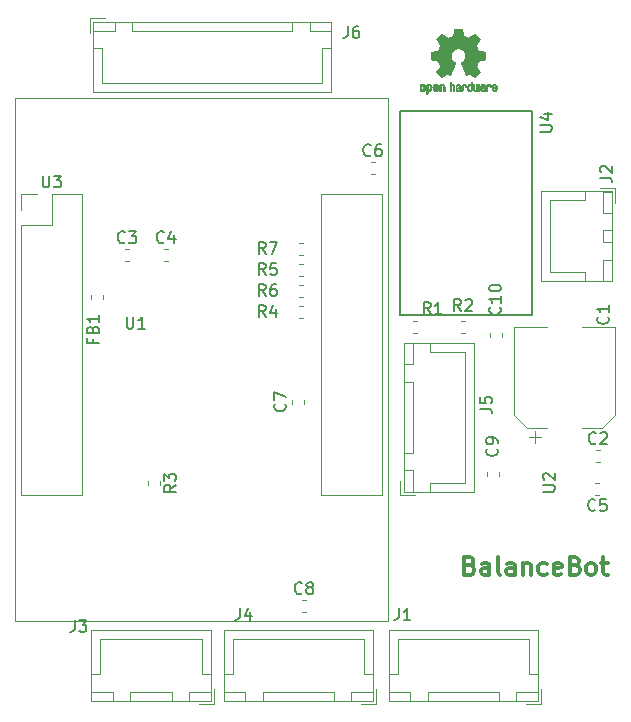
<source format=gbr>
G04 #@! TF.GenerationSoftware,KiCad,Pcbnew,5.0.0-fee4fd1~66~ubuntu16.04.1*
G04 #@! TF.CreationDate,2018-10-27T16:37:25+02:00*
G04 #@! TF.ProjectId,balancebot,62616C616E6365626F742E6B69636164,rev?*
G04 #@! TF.SameCoordinates,Original*
G04 #@! TF.FileFunction,Legend,Top*
G04 #@! TF.FilePolarity,Positive*
%FSLAX46Y46*%
G04 Gerber Fmt 4.6, Leading zero omitted, Abs format (unit mm)*
G04 Created by KiCad (PCBNEW 5.0.0-fee4fd1~66~ubuntu16.04.1) date Sat Oct 27 16:37:25 2018*
%MOMM*%
%LPD*%
G01*
G04 APERTURE LIST*
%ADD10C,0.300000*%
%ADD11C,0.120000*%
%ADD12C,0.150000*%
%ADD13C,0.050000*%
%ADD14C,0.100000*%
%ADD15C,0.010000*%
G04 APERTURE END LIST*
D10*
X154047714Y-97936857D02*
X154262000Y-98008285D01*
X154333428Y-98079714D01*
X154404857Y-98222571D01*
X154404857Y-98436857D01*
X154333428Y-98579714D01*
X154262000Y-98651142D01*
X154119142Y-98722571D01*
X153547714Y-98722571D01*
X153547714Y-97222571D01*
X154047714Y-97222571D01*
X154190571Y-97294000D01*
X154262000Y-97365428D01*
X154333428Y-97508285D01*
X154333428Y-97651142D01*
X154262000Y-97794000D01*
X154190571Y-97865428D01*
X154047714Y-97936857D01*
X153547714Y-97936857D01*
X155690571Y-98722571D02*
X155690571Y-97936857D01*
X155619142Y-97794000D01*
X155476285Y-97722571D01*
X155190571Y-97722571D01*
X155047714Y-97794000D01*
X155690571Y-98651142D02*
X155547714Y-98722571D01*
X155190571Y-98722571D01*
X155047714Y-98651142D01*
X154976285Y-98508285D01*
X154976285Y-98365428D01*
X155047714Y-98222571D01*
X155190571Y-98151142D01*
X155547714Y-98151142D01*
X155690571Y-98079714D01*
X156619142Y-98722571D02*
X156476285Y-98651142D01*
X156404857Y-98508285D01*
X156404857Y-97222571D01*
X157833428Y-98722571D02*
X157833428Y-97936857D01*
X157762000Y-97794000D01*
X157619142Y-97722571D01*
X157333428Y-97722571D01*
X157190571Y-97794000D01*
X157833428Y-98651142D02*
X157690571Y-98722571D01*
X157333428Y-98722571D01*
X157190571Y-98651142D01*
X157119142Y-98508285D01*
X157119142Y-98365428D01*
X157190571Y-98222571D01*
X157333428Y-98151142D01*
X157690571Y-98151142D01*
X157833428Y-98079714D01*
X158547714Y-97722571D02*
X158547714Y-98722571D01*
X158547714Y-97865428D02*
X158619142Y-97794000D01*
X158762000Y-97722571D01*
X158976285Y-97722571D01*
X159119142Y-97794000D01*
X159190571Y-97936857D01*
X159190571Y-98722571D01*
X160547714Y-98651142D02*
X160404857Y-98722571D01*
X160119142Y-98722571D01*
X159976285Y-98651142D01*
X159904857Y-98579714D01*
X159833428Y-98436857D01*
X159833428Y-98008285D01*
X159904857Y-97865428D01*
X159976285Y-97794000D01*
X160119142Y-97722571D01*
X160404857Y-97722571D01*
X160547714Y-97794000D01*
X161762000Y-98651142D02*
X161619142Y-98722571D01*
X161333428Y-98722571D01*
X161190571Y-98651142D01*
X161119142Y-98508285D01*
X161119142Y-97936857D01*
X161190571Y-97794000D01*
X161333428Y-97722571D01*
X161619142Y-97722571D01*
X161762000Y-97794000D01*
X161833428Y-97936857D01*
X161833428Y-98079714D01*
X161119142Y-98222571D01*
X162976285Y-97936857D02*
X163190571Y-98008285D01*
X163262000Y-98079714D01*
X163333428Y-98222571D01*
X163333428Y-98436857D01*
X163262000Y-98579714D01*
X163190571Y-98651142D01*
X163047714Y-98722571D01*
X162476285Y-98722571D01*
X162476285Y-97222571D01*
X162976285Y-97222571D01*
X163119142Y-97294000D01*
X163190571Y-97365428D01*
X163262000Y-97508285D01*
X163262000Y-97651142D01*
X163190571Y-97794000D01*
X163119142Y-97865428D01*
X162976285Y-97936857D01*
X162476285Y-97936857D01*
X164190571Y-98722571D02*
X164047714Y-98651142D01*
X163976285Y-98579714D01*
X163904857Y-98436857D01*
X163904857Y-98008285D01*
X163976285Y-97865428D01*
X164047714Y-97794000D01*
X164190571Y-97722571D01*
X164404857Y-97722571D01*
X164547714Y-97794000D01*
X164619142Y-97865428D01*
X164690571Y-98008285D01*
X164690571Y-98436857D01*
X164619142Y-98579714D01*
X164547714Y-98651142D01*
X164404857Y-98722571D01*
X164190571Y-98722571D01*
X165119142Y-97722571D02*
X165690571Y-97722571D01*
X165333428Y-97222571D02*
X165333428Y-98508285D01*
X165404857Y-98651142D01*
X165547714Y-98722571D01*
X165690571Y-98722571D01*
D11*
G04 #@! TO.C,R4*
X139562721Y-75944000D02*
X139888279Y-75944000D01*
X139562721Y-76964000D02*
X139888279Y-76964000D01*
G04 #@! TO.C,C1*
X166312000Y-77782000D02*
X163562000Y-77782000D01*
X157792000Y-77782000D02*
X160542000Y-77782000D01*
X157792000Y-85237563D02*
X157792000Y-77782000D01*
X166312000Y-85237563D02*
X166312000Y-77782000D01*
X165247563Y-86302000D02*
X163562000Y-86302000D01*
X158856437Y-86302000D02*
X160542000Y-86302000D01*
X158856437Y-86302000D02*
X157792000Y-85237563D01*
X165247563Y-86302000D02*
X166312000Y-85237563D01*
X159542000Y-87542000D02*
X159542000Y-86542000D01*
X159042000Y-87042000D02*
X160042000Y-87042000D01*
G04 #@! TO.C,C2*
X164708721Y-89156000D02*
X165034279Y-89156000D01*
X164708721Y-88136000D02*
X165034279Y-88136000D01*
G04 #@! TO.C,C3*
X124830721Y-71118000D02*
X125156279Y-71118000D01*
X124830721Y-72138000D02*
X125156279Y-72138000D01*
G04 #@! TO.C,C4*
X128132721Y-72138000D02*
X128458279Y-72138000D01*
X128132721Y-71118000D02*
X128458279Y-71118000D01*
G04 #@! TO.C,C5*
X164983279Y-91950000D02*
X164657721Y-91950000D01*
X164983279Y-90930000D02*
X164657721Y-90930000D01*
G04 #@! TO.C,C6*
X145633221Y-63752000D02*
X145958779Y-63752000D01*
X145633221Y-64772000D02*
X145958779Y-64772000D01*
G04 #@! TO.C,C7*
X139956000Y-84262279D02*
X139956000Y-83936721D01*
X138936000Y-84262279D02*
X138936000Y-83936721D01*
G04 #@! TO.C,C8*
X139816721Y-100836000D02*
X140142279Y-100836000D01*
X139816721Y-101856000D02*
X140142279Y-101856000D01*
G04 #@! TO.C,C9*
X156466000Y-90332779D02*
X156466000Y-90007221D01*
X155446000Y-90332779D02*
X155446000Y-90007221D01*
G04 #@! TO.C,FB1*
X121918000Y-75346779D02*
X121918000Y-75021221D01*
X122938000Y-75346779D02*
X122938000Y-75021221D01*
G04 #@! TO.C,J1*
X159786000Y-109394000D02*
X159786000Y-103424000D01*
X159786000Y-103424000D02*
X147166000Y-103424000D01*
X147166000Y-103424000D02*
X147166000Y-109394000D01*
X147166000Y-109394000D02*
X159786000Y-109394000D01*
X156476000Y-109384000D02*
X156476000Y-108634000D01*
X156476000Y-108634000D02*
X150476000Y-108634000D01*
X150476000Y-108634000D02*
X150476000Y-109384000D01*
X150476000Y-109384000D02*
X156476000Y-109384000D01*
X159776000Y-109384000D02*
X159776000Y-108634000D01*
X159776000Y-108634000D02*
X157976000Y-108634000D01*
X157976000Y-108634000D02*
X157976000Y-109384000D01*
X157976000Y-109384000D02*
X159776000Y-109384000D01*
X148976000Y-109384000D02*
X148976000Y-108634000D01*
X148976000Y-108634000D02*
X147176000Y-108634000D01*
X147176000Y-108634000D02*
X147176000Y-109384000D01*
X147176000Y-109384000D02*
X148976000Y-109384000D01*
X159776000Y-107134000D02*
X159026000Y-107134000D01*
X159026000Y-107134000D02*
X159026000Y-104184000D01*
X159026000Y-104184000D02*
X153476000Y-104184000D01*
X147176000Y-107134000D02*
X147926000Y-107134000D01*
X147926000Y-107134000D02*
X147926000Y-104184000D01*
X147926000Y-104184000D02*
X153476000Y-104184000D01*
X158826000Y-109684000D02*
X160076000Y-109684000D01*
X160076000Y-109684000D02*
X160076000Y-108434000D01*
G04 #@! TO.C,J2*
X166036000Y-66274000D02*
X160066000Y-66274000D01*
X160066000Y-66274000D02*
X160066000Y-73894000D01*
X160066000Y-73894000D02*
X166036000Y-73894000D01*
X166036000Y-73894000D02*
X166036000Y-66274000D01*
X166026000Y-69584000D02*
X165276000Y-69584000D01*
X165276000Y-69584000D02*
X165276000Y-70584000D01*
X165276000Y-70584000D02*
X166026000Y-70584000D01*
X166026000Y-70584000D02*
X166026000Y-69584000D01*
X166026000Y-66284000D02*
X165276000Y-66284000D01*
X165276000Y-66284000D02*
X165276000Y-68084000D01*
X165276000Y-68084000D02*
X166026000Y-68084000D01*
X166026000Y-68084000D02*
X166026000Y-66284000D01*
X166026000Y-72084000D02*
X165276000Y-72084000D01*
X165276000Y-72084000D02*
X165276000Y-73884000D01*
X165276000Y-73884000D02*
X166026000Y-73884000D01*
X166026000Y-73884000D02*
X166026000Y-72084000D01*
X163776000Y-66284000D02*
X163776000Y-67034000D01*
X163776000Y-67034000D02*
X160826000Y-67034000D01*
X160826000Y-67034000D02*
X160826000Y-70084000D01*
X163776000Y-73884000D02*
X163776000Y-73134000D01*
X163776000Y-73134000D02*
X160826000Y-73134000D01*
X160826000Y-73134000D02*
X160826000Y-70084000D01*
X166326000Y-67234000D02*
X166326000Y-65984000D01*
X166326000Y-65984000D02*
X165076000Y-65984000D01*
G04 #@! TO.C,J3*
X132100000Y-109394000D02*
X132100000Y-103424000D01*
X132100000Y-103424000D02*
X121980000Y-103424000D01*
X121980000Y-103424000D02*
X121980000Y-109394000D01*
X121980000Y-109394000D02*
X132100000Y-109394000D01*
X128790000Y-109384000D02*
X128790000Y-108634000D01*
X128790000Y-108634000D02*
X125290000Y-108634000D01*
X125290000Y-108634000D02*
X125290000Y-109384000D01*
X125290000Y-109384000D02*
X128790000Y-109384000D01*
X132090000Y-109384000D02*
X132090000Y-108634000D01*
X132090000Y-108634000D02*
X130290000Y-108634000D01*
X130290000Y-108634000D02*
X130290000Y-109384000D01*
X130290000Y-109384000D02*
X132090000Y-109384000D01*
X123790000Y-109384000D02*
X123790000Y-108634000D01*
X123790000Y-108634000D02*
X121990000Y-108634000D01*
X121990000Y-108634000D02*
X121990000Y-109384000D01*
X121990000Y-109384000D02*
X123790000Y-109384000D01*
X132090000Y-107134000D02*
X131340000Y-107134000D01*
X131340000Y-107134000D02*
X131340000Y-104184000D01*
X131340000Y-104184000D02*
X127040000Y-104184000D01*
X121990000Y-107134000D02*
X122740000Y-107134000D01*
X122740000Y-107134000D02*
X122740000Y-104184000D01*
X122740000Y-104184000D02*
X127040000Y-104184000D01*
X131140000Y-109684000D02*
X132390000Y-109684000D01*
X132390000Y-109684000D02*
X132390000Y-108434000D01*
G04 #@! TO.C,J4*
X146106000Y-109684000D02*
X146106000Y-108434000D01*
X144856000Y-109684000D02*
X146106000Y-109684000D01*
X133956000Y-104184000D02*
X139506000Y-104184000D01*
X133956000Y-107134000D02*
X133956000Y-104184000D01*
X133206000Y-107134000D02*
X133956000Y-107134000D01*
X145056000Y-104184000D02*
X139506000Y-104184000D01*
X145056000Y-107134000D02*
X145056000Y-104184000D01*
X145806000Y-107134000D02*
X145056000Y-107134000D01*
X133206000Y-109384000D02*
X135006000Y-109384000D01*
X133206000Y-108634000D02*
X133206000Y-109384000D01*
X135006000Y-108634000D02*
X133206000Y-108634000D01*
X135006000Y-109384000D02*
X135006000Y-108634000D01*
X144006000Y-109384000D02*
X145806000Y-109384000D01*
X144006000Y-108634000D02*
X144006000Y-109384000D01*
X145806000Y-108634000D02*
X144006000Y-108634000D01*
X145806000Y-109384000D02*
X145806000Y-108634000D01*
X136506000Y-109384000D02*
X142506000Y-109384000D01*
X136506000Y-108634000D02*
X136506000Y-109384000D01*
X142506000Y-108634000D02*
X136506000Y-108634000D01*
X142506000Y-109384000D02*
X142506000Y-108634000D01*
X133196000Y-109394000D02*
X145816000Y-109394000D01*
X133196000Y-103424000D02*
X133196000Y-109394000D01*
X145816000Y-103424000D02*
X133196000Y-103424000D01*
X145816000Y-109394000D02*
X145816000Y-103424000D01*
G04 #@! TO.C,J5*
X148416000Y-91714000D02*
X154386000Y-91714000D01*
X154386000Y-91714000D02*
X154386000Y-79094000D01*
X154386000Y-79094000D02*
X148416000Y-79094000D01*
X148416000Y-79094000D02*
X148416000Y-91714000D01*
X148426000Y-88404000D02*
X149176000Y-88404000D01*
X149176000Y-88404000D02*
X149176000Y-82404000D01*
X149176000Y-82404000D02*
X148426000Y-82404000D01*
X148426000Y-82404000D02*
X148426000Y-88404000D01*
X148426000Y-91704000D02*
X149176000Y-91704000D01*
X149176000Y-91704000D02*
X149176000Y-89904000D01*
X149176000Y-89904000D02*
X148426000Y-89904000D01*
X148426000Y-89904000D02*
X148426000Y-91704000D01*
X148426000Y-80904000D02*
X149176000Y-80904000D01*
X149176000Y-80904000D02*
X149176000Y-79104000D01*
X149176000Y-79104000D02*
X148426000Y-79104000D01*
X148426000Y-79104000D02*
X148426000Y-80904000D01*
X150676000Y-91704000D02*
X150676000Y-90954000D01*
X150676000Y-90954000D02*
X153626000Y-90954000D01*
X153626000Y-90954000D02*
X153626000Y-85404000D01*
X150676000Y-79104000D02*
X150676000Y-79854000D01*
X150676000Y-79854000D02*
X153626000Y-79854000D01*
X153626000Y-79854000D02*
X153626000Y-85404000D01*
X148126000Y-90754000D02*
X148126000Y-92004000D01*
X148126000Y-92004000D02*
X149376000Y-92004000D01*
G04 #@! TO.C,J6*
X122154000Y-51896000D02*
X122154000Y-57866000D01*
X122154000Y-57866000D02*
X142274000Y-57866000D01*
X142274000Y-57866000D02*
X142274000Y-51896000D01*
X142274000Y-51896000D02*
X122154000Y-51896000D01*
X125464000Y-51906000D02*
X125464000Y-52656000D01*
X125464000Y-52656000D02*
X138964000Y-52656000D01*
X138964000Y-52656000D02*
X138964000Y-51906000D01*
X138964000Y-51906000D02*
X125464000Y-51906000D01*
X122164000Y-51906000D02*
X122164000Y-52656000D01*
X122164000Y-52656000D02*
X123964000Y-52656000D01*
X123964000Y-52656000D02*
X123964000Y-51906000D01*
X123964000Y-51906000D02*
X122164000Y-51906000D01*
X140464000Y-51906000D02*
X140464000Y-52656000D01*
X140464000Y-52656000D02*
X142264000Y-52656000D01*
X142264000Y-52656000D02*
X142264000Y-51906000D01*
X142264000Y-51906000D02*
X140464000Y-51906000D01*
X122164000Y-54156000D02*
X122914000Y-54156000D01*
X122914000Y-54156000D02*
X122914000Y-57106000D01*
X122914000Y-57106000D02*
X132214000Y-57106000D01*
X142264000Y-54156000D02*
X141514000Y-54156000D01*
X141514000Y-54156000D02*
X141514000Y-57106000D01*
X141514000Y-57106000D02*
X132214000Y-57106000D01*
X123114000Y-51606000D02*
X121864000Y-51606000D01*
X121864000Y-51606000D02*
X121864000Y-52856000D01*
G04 #@! TO.C,R1*
X149214721Y-77214000D02*
X149540279Y-77214000D01*
X149214721Y-78234000D02*
X149540279Y-78234000D01*
G04 #@! TO.C,R2*
X153278721Y-78234000D02*
X153604279Y-78234000D01*
X153278721Y-77214000D02*
X153604279Y-77214000D01*
G04 #@! TO.C,R3*
X127764000Y-90794721D02*
X127764000Y-91120279D01*
X126744000Y-90794721D02*
X126744000Y-91120279D01*
G04 #@! TO.C,R5*
X139862779Y-73408000D02*
X139537221Y-73408000D01*
X139862779Y-72388000D02*
X139537221Y-72388000D01*
G04 #@! TO.C,R6*
X139537221Y-75186000D02*
X139862779Y-75186000D01*
X139537221Y-74166000D02*
X139862779Y-74166000D01*
G04 #@! TO.C,R7*
X139862779Y-70610000D02*
X139537221Y-70610000D01*
X139862779Y-71630000D02*
X139537221Y-71630000D01*
G04 #@! TO.C,C10*
X155700000Y-78623279D02*
X155700000Y-78297721D01*
X156720000Y-78623279D02*
X156720000Y-78297721D01*
D12*
G04 #@! TO.C,U4*
X148082000Y-76708000D02*
X149098000Y-76708000D01*
X149098000Y-59436000D02*
X148082000Y-59436000D01*
X159258000Y-59436000D02*
X158242000Y-59436000D01*
X158242000Y-76708000D02*
X159258000Y-76708000D01*
X159258000Y-59436000D02*
X159258000Y-76708000D01*
X148082000Y-76708000D02*
X148082000Y-59436000D01*
X149098000Y-59436000D02*
X158242000Y-59436000D01*
X158242000Y-76708000D02*
X149098000Y-76708000D01*
D13*
G04 #@! TO.C,U3*
X147098000Y-58398000D02*
X115548000Y-58398000D01*
X115548000Y-102628000D02*
X147098000Y-102628000D01*
X115548000Y-58398000D02*
X115548000Y-102628000D01*
D11*
X116018000Y-66488000D02*
X117348000Y-66488000D01*
X116018000Y-67818000D02*
X116018000Y-66488000D01*
X118618000Y-66488000D02*
X121218000Y-66488000D01*
X118618000Y-69088000D02*
X118618000Y-66488000D01*
X116018000Y-69088000D02*
X118618000Y-69088000D01*
X121218000Y-66488000D02*
X121218000Y-92008000D01*
X116018000Y-69088000D02*
X116018000Y-92008000D01*
X116018000Y-92008000D02*
X121218000Y-92008000D01*
D13*
X147098000Y-58398000D02*
X147098000Y-102628000D01*
D14*
X146558000Y-66488000D02*
X146558000Y-91948000D01*
X141418000Y-66488000D02*
X141418000Y-92008000D01*
D11*
X141418000Y-92008000D02*
X146558000Y-92008000D01*
X141418000Y-66488000D02*
X146558000Y-66488000D01*
D15*
G04 #@! TO.C,REF\002A\002A*
G36*
X153138910Y-52487348D02*
X153217454Y-52487778D01*
X153274298Y-52488942D01*
X153313105Y-52491207D01*
X153337538Y-52494940D01*
X153351262Y-52500506D01*
X153357940Y-52508273D01*
X153361236Y-52518605D01*
X153361556Y-52519943D01*
X153366562Y-52544079D01*
X153375829Y-52591701D01*
X153388392Y-52657741D01*
X153403287Y-52737128D01*
X153419551Y-52824796D01*
X153420119Y-52827875D01*
X153436410Y-52913789D01*
X153451652Y-52989696D01*
X153464861Y-53051045D01*
X153475054Y-53093282D01*
X153481248Y-53111855D01*
X153481543Y-53112184D01*
X153499788Y-53121253D01*
X153537405Y-53136367D01*
X153586271Y-53154262D01*
X153586543Y-53154358D01*
X153648093Y-53177493D01*
X153720657Y-53206965D01*
X153789057Y-53236597D01*
X153792294Y-53238062D01*
X153903702Y-53288626D01*
X154150399Y-53120160D01*
X154226077Y-53068803D01*
X154294631Y-53022889D01*
X154352088Y-52985030D01*
X154394476Y-52957837D01*
X154417825Y-52943921D01*
X154420042Y-52942889D01*
X154437010Y-52947484D01*
X154468701Y-52969655D01*
X154516352Y-53010447D01*
X154581198Y-53070905D01*
X154647397Y-53135227D01*
X154711214Y-53198612D01*
X154768329Y-53256451D01*
X154815305Y-53305175D01*
X154848703Y-53341210D01*
X154865085Y-53360984D01*
X154865694Y-53362002D01*
X154867505Y-53375572D01*
X154860683Y-53397733D01*
X154843540Y-53431478D01*
X154814393Y-53479800D01*
X154771555Y-53545692D01*
X154714448Y-53630517D01*
X154663766Y-53705177D01*
X154618461Y-53772140D01*
X154581150Y-53827516D01*
X154554452Y-53867420D01*
X154540985Y-53887962D01*
X154540137Y-53889356D01*
X154541781Y-53909038D01*
X154554245Y-53947293D01*
X154575048Y-53996889D01*
X154582462Y-54012728D01*
X154614814Y-54083290D01*
X154649328Y-54163353D01*
X154677365Y-54232629D01*
X154697568Y-54284045D01*
X154713615Y-54323119D01*
X154722888Y-54343541D01*
X154724041Y-54345114D01*
X154741096Y-54347721D01*
X154781298Y-54354863D01*
X154839302Y-54365523D01*
X154909763Y-54378685D01*
X154987335Y-54393333D01*
X155066672Y-54408449D01*
X155142431Y-54423018D01*
X155209264Y-54436022D01*
X155261828Y-54446445D01*
X155294776Y-54453270D01*
X155302857Y-54455199D01*
X155311205Y-54459962D01*
X155317506Y-54470718D01*
X155322045Y-54491098D01*
X155325104Y-54524734D01*
X155326967Y-54575255D01*
X155327918Y-54646292D01*
X155328240Y-54741476D01*
X155328257Y-54780492D01*
X155328257Y-55097799D01*
X155252057Y-55112839D01*
X155209663Y-55120995D01*
X155146400Y-55132899D01*
X155069962Y-55147116D01*
X154988043Y-55162210D01*
X154965400Y-55166355D01*
X154889806Y-55181053D01*
X154823953Y-55195505D01*
X154773366Y-55208375D01*
X154743574Y-55218322D01*
X154738612Y-55221287D01*
X154726426Y-55242283D01*
X154708953Y-55282967D01*
X154689577Y-55335322D01*
X154685734Y-55346600D01*
X154660339Y-55416523D01*
X154628817Y-55495418D01*
X154597969Y-55566266D01*
X154597817Y-55566595D01*
X154546447Y-55677733D01*
X154715399Y-55926253D01*
X154884352Y-56174772D01*
X154667429Y-56392058D01*
X154601819Y-56456726D01*
X154541979Y-56513733D01*
X154491267Y-56560033D01*
X154453046Y-56592584D01*
X154430675Y-56608343D01*
X154427466Y-56609343D01*
X154408626Y-56601469D01*
X154370180Y-56579578D01*
X154316330Y-56546267D01*
X154251276Y-56504131D01*
X154180940Y-56456943D01*
X154109555Y-56408810D01*
X154045908Y-56366928D01*
X153994041Y-56333871D01*
X153957995Y-56312218D01*
X153941867Y-56304543D01*
X153922189Y-56311037D01*
X153884875Y-56328150D01*
X153837621Y-56352326D01*
X153832612Y-56355013D01*
X153768977Y-56386927D01*
X153725341Y-56402579D01*
X153698202Y-56402745D01*
X153684057Y-56388204D01*
X153683975Y-56388000D01*
X153676905Y-56370779D01*
X153660042Y-56329899D01*
X153634695Y-56268525D01*
X153602171Y-56189819D01*
X153563778Y-56096947D01*
X153520822Y-55993072D01*
X153479222Y-55892502D01*
X153433504Y-55781516D01*
X153391526Y-55678703D01*
X153354548Y-55587215D01*
X153323827Y-55510201D01*
X153300622Y-55450815D01*
X153286190Y-55412209D01*
X153281743Y-55397800D01*
X153292896Y-55381272D01*
X153322069Y-55354930D01*
X153360971Y-55325887D01*
X153471757Y-55234039D01*
X153558351Y-55128759D01*
X153619716Y-55012266D01*
X153654815Y-54886776D01*
X153662608Y-54754507D01*
X153656943Y-54693457D01*
X153626078Y-54566795D01*
X153572920Y-54454941D01*
X153500767Y-54359001D01*
X153412917Y-54280076D01*
X153312665Y-54219270D01*
X153203310Y-54177687D01*
X153088147Y-54156428D01*
X152970475Y-54156599D01*
X152853590Y-54179301D01*
X152740789Y-54225638D01*
X152635369Y-54296713D01*
X152591368Y-54336911D01*
X152506979Y-54440129D01*
X152448222Y-54552925D01*
X152414704Y-54672010D01*
X152406035Y-54794095D01*
X152421823Y-54915893D01*
X152461678Y-55034116D01*
X152525207Y-55145475D01*
X152612021Y-55246684D01*
X152709029Y-55325887D01*
X152749437Y-55356162D01*
X152777982Y-55382219D01*
X152788257Y-55397825D01*
X152782877Y-55414843D01*
X152767575Y-55455500D01*
X152743612Y-55516642D01*
X152712244Y-55595119D01*
X152674732Y-55687780D01*
X152632333Y-55791472D01*
X152590663Y-55892526D01*
X152544690Y-56003607D01*
X152502107Y-56106541D01*
X152464221Y-56198165D01*
X152432340Y-56275316D01*
X152407771Y-56334831D01*
X152391820Y-56373544D01*
X152385910Y-56388000D01*
X152371948Y-56402685D01*
X152344940Y-56402642D01*
X152301413Y-56387099D01*
X152237890Y-56355284D01*
X152237388Y-56355013D01*
X152189560Y-56330323D01*
X152150897Y-56312338D01*
X152129095Y-56304614D01*
X152128133Y-56304543D01*
X152111721Y-56312378D01*
X152075487Y-56334165D01*
X152023474Y-56367328D01*
X151959725Y-56409291D01*
X151889060Y-56456943D01*
X151817116Y-56505191D01*
X151752274Y-56547151D01*
X151698735Y-56580227D01*
X151660697Y-56601821D01*
X151642533Y-56609343D01*
X151625808Y-56599457D01*
X151592180Y-56571826D01*
X151545010Y-56529495D01*
X151487658Y-56475505D01*
X151423484Y-56412899D01*
X151402497Y-56391983D01*
X151185499Y-56174623D01*
X151350668Y-55932220D01*
X151400864Y-55857781D01*
X151444919Y-55790972D01*
X151480362Y-55735665D01*
X151504719Y-55695729D01*
X151515522Y-55675036D01*
X151515838Y-55673563D01*
X151510143Y-55654058D01*
X151494826Y-55614822D01*
X151472537Y-55562430D01*
X151456893Y-55527355D01*
X151427641Y-55460201D01*
X151400094Y-55392358D01*
X151378737Y-55335034D01*
X151372935Y-55317572D01*
X151356452Y-55270938D01*
X151340340Y-55234905D01*
X151331490Y-55221287D01*
X151311960Y-55212952D01*
X151269334Y-55201137D01*
X151209145Y-55187181D01*
X151136922Y-55172422D01*
X151104600Y-55166355D01*
X151022522Y-55151273D01*
X150943795Y-55136669D01*
X150876109Y-55123980D01*
X150827160Y-55114642D01*
X150817943Y-55112839D01*
X150741743Y-55097799D01*
X150741743Y-54780492D01*
X150741914Y-54676154D01*
X150742616Y-54597213D01*
X150744134Y-54540038D01*
X150746749Y-54500999D01*
X150750746Y-54476465D01*
X150756409Y-54462805D01*
X150764020Y-54456389D01*
X150767143Y-54455199D01*
X150785978Y-54450980D01*
X150827588Y-54442562D01*
X150886630Y-54430961D01*
X150957757Y-54417195D01*
X151035625Y-54402280D01*
X151114887Y-54387232D01*
X151190198Y-54373069D01*
X151256213Y-54360806D01*
X151307587Y-54351461D01*
X151338975Y-54346050D01*
X151345959Y-54345114D01*
X151352285Y-54332596D01*
X151366290Y-54299246D01*
X151385355Y-54251377D01*
X151392634Y-54232629D01*
X151421996Y-54160195D01*
X151456571Y-54080170D01*
X151487537Y-54012728D01*
X151510323Y-53961159D01*
X151525482Y-53918785D01*
X151530542Y-53892834D01*
X151529736Y-53889356D01*
X151519041Y-53872936D01*
X151494620Y-53836417D01*
X151459095Y-53783687D01*
X151415087Y-53718635D01*
X151365217Y-53645151D01*
X151355356Y-53630645D01*
X151297492Y-53544704D01*
X151254956Y-53479261D01*
X151226054Y-53431304D01*
X151209090Y-53397820D01*
X151202367Y-53375795D01*
X151204190Y-53362217D01*
X151204236Y-53362131D01*
X151218586Y-53344297D01*
X151250323Y-53309817D01*
X151296010Y-53262268D01*
X151352204Y-53205222D01*
X151415468Y-53142255D01*
X151422602Y-53135227D01*
X151502330Y-53058020D01*
X151563857Y-53001330D01*
X151608421Y-52964110D01*
X151637257Y-52945315D01*
X151649958Y-52942889D01*
X151668494Y-52953471D01*
X151706961Y-52977916D01*
X151761386Y-53013612D01*
X151827798Y-53057947D01*
X151902225Y-53108311D01*
X151919601Y-53120160D01*
X152166297Y-53288626D01*
X152277706Y-53238062D01*
X152345457Y-53208595D01*
X152418183Y-53178959D01*
X152480703Y-53155330D01*
X152483457Y-53154358D01*
X152532360Y-53136457D01*
X152570057Y-53121320D01*
X152588425Y-53112210D01*
X152588456Y-53112184D01*
X152594285Y-53095717D01*
X152604192Y-53055219D01*
X152617195Y-52995242D01*
X152632309Y-52920340D01*
X152648552Y-52835064D01*
X152649881Y-52827875D01*
X152666175Y-52740014D01*
X152681133Y-52660260D01*
X152693791Y-52593681D01*
X152703186Y-52545347D01*
X152708354Y-52520325D01*
X152708444Y-52519943D01*
X152711589Y-52509299D01*
X152717704Y-52501262D01*
X152730453Y-52495467D01*
X152753500Y-52491547D01*
X152790509Y-52489135D01*
X152845144Y-52487865D01*
X152921067Y-52487371D01*
X153021944Y-52487286D01*
X153035000Y-52487286D01*
X153138910Y-52487348D01*
X153138910Y-52487348D01*
G37*
X153138910Y-52487348D02*
X153217454Y-52487778D01*
X153274298Y-52488942D01*
X153313105Y-52491207D01*
X153337538Y-52494940D01*
X153351262Y-52500506D01*
X153357940Y-52508273D01*
X153361236Y-52518605D01*
X153361556Y-52519943D01*
X153366562Y-52544079D01*
X153375829Y-52591701D01*
X153388392Y-52657741D01*
X153403287Y-52737128D01*
X153419551Y-52824796D01*
X153420119Y-52827875D01*
X153436410Y-52913789D01*
X153451652Y-52989696D01*
X153464861Y-53051045D01*
X153475054Y-53093282D01*
X153481248Y-53111855D01*
X153481543Y-53112184D01*
X153499788Y-53121253D01*
X153537405Y-53136367D01*
X153586271Y-53154262D01*
X153586543Y-53154358D01*
X153648093Y-53177493D01*
X153720657Y-53206965D01*
X153789057Y-53236597D01*
X153792294Y-53238062D01*
X153903702Y-53288626D01*
X154150399Y-53120160D01*
X154226077Y-53068803D01*
X154294631Y-53022889D01*
X154352088Y-52985030D01*
X154394476Y-52957837D01*
X154417825Y-52943921D01*
X154420042Y-52942889D01*
X154437010Y-52947484D01*
X154468701Y-52969655D01*
X154516352Y-53010447D01*
X154581198Y-53070905D01*
X154647397Y-53135227D01*
X154711214Y-53198612D01*
X154768329Y-53256451D01*
X154815305Y-53305175D01*
X154848703Y-53341210D01*
X154865085Y-53360984D01*
X154865694Y-53362002D01*
X154867505Y-53375572D01*
X154860683Y-53397733D01*
X154843540Y-53431478D01*
X154814393Y-53479800D01*
X154771555Y-53545692D01*
X154714448Y-53630517D01*
X154663766Y-53705177D01*
X154618461Y-53772140D01*
X154581150Y-53827516D01*
X154554452Y-53867420D01*
X154540985Y-53887962D01*
X154540137Y-53889356D01*
X154541781Y-53909038D01*
X154554245Y-53947293D01*
X154575048Y-53996889D01*
X154582462Y-54012728D01*
X154614814Y-54083290D01*
X154649328Y-54163353D01*
X154677365Y-54232629D01*
X154697568Y-54284045D01*
X154713615Y-54323119D01*
X154722888Y-54343541D01*
X154724041Y-54345114D01*
X154741096Y-54347721D01*
X154781298Y-54354863D01*
X154839302Y-54365523D01*
X154909763Y-54378685D01*
X154987335Y-54393333D01*
X155066672Y-54408449D01*
X155142431Y-54423018D01*
X155209264Y-54436022D01*
X155261828Y-54446445D01*
X155294776Y-54453270D01*
X155302857Y-54455199D01*
X155311205Y-54459962D01*
X155317506Y-54470718D01*
X155322045Y-54491098D01*
X155325104Y-54524734D01*
X155326967Y-54575255D01*
X155327918Y-54646292D01*
X155328240Y-54741476D01*
X155328257Y-54780492D01*
X155328257Y-55097799D01*
X155252057Y-55112839D01*
X155209663Y-55120995D01*
X155146400Y-55132899D01*
X155069962Y-55147116D01*
X154988043Y-55162210D01*
X154965400Y-55166355D01*
X154889806Y-55181053D01*
X154823953Y-55195505D01*
X154773366Y-55208375D01*
X154743574Y-55218322D01*
X154738612Y-55221287D01*
X154726426Y-55242283D01*
X154708953Y-55282967D01*
X154689577Y-55335322D01*
X154685734Y-55346600D01*
X154660339Y-55416523D01*
X154628817Y-55495418D01*
X154597969Y-55566266D01*
X154597817Y-55566595D01*
X154546447Y-55677733D01*
X154715399Y-55926253D01*
X154884352Y-56174772D01*
X154667429Y-56392058D01*
X154601819Y-56456726D01*
X154541979Y-56513733D01*
X154491267Y-56560033D01*
X154453046Y-56592584D01*
X154430675Y-56608343D01*
X154427466Y-56609343D01*
X154408626Y-56601469D01*
X154370180Y-56579578D01*
X154316330Y-56546267D01*
X154251276Y-56504131D01*
X154180940Y-56456943D01*
X154109555Y-56408810D01*
X154045908Y-56366928D01*
X153994041Y-56333871D01*
X153957995Y-56312218D01*
X153941867Y-56304543D01*
X153922189Y-56311037D01*
X153884875Y-56328150D01*
X153837621Y-56352326D01*
X153832612Y-56355013D01*
X153768977Y-56386927D01*
X153725341Y-56402579D01*
X153698202Y-56402745D01*
X153684057Y-56388204D01*
X153683975Y-56388000D01*
X153676905Y-56370779D01*
X153660042Y-56329899D01*
X153634695Y-56268525D01*
X153602171Y-56189819D01*
X153563778Y-56096947D01*
X153520822Y-55993072D01*
X153479222Y-55892502D01*
X153433504Y-55781516D01*
X153391526Y-55678703D01*
X153354548Y-55587215D01*
X153323827Y-55510201D01*
X153300622Y-55450815D01*
X153286190Y-55412209D01*
X153281743Y-55397800D01*
X153292896Y-55381272D01*
X153322069Y-55354930D01*
X153360971Y-55325887D01*
X153471757Y-55234039D01*
X153558351Y-55128759D01*
X153619716Y-55012266D01*
X153654815Y-54886776D01*
X153662608Y-54754507D01*
X153656943Y-54693457D01*
X153626078Y-54566795D01*
X153572920Y-54454941D01*
X153500767Y-54359001D01*
X153412917Y-54280076D01*
X153312665Y-54219270D01*
X153203310Y-54177687D01*
X153088147Y-54156428D01*
X152970475Y-54156599D01*
X152853590Y-54179301D01*
X152740789Y-54225638D01*
X152635369Y-54296713D01*
X152591368Y-54336911D01*
X152506979Y-54440129D01*
X152448222Y-54552925D01*
X152414704Y-54672010D01*
X152406035Y-54794095D01*
X152421823Y-54915893D01*
X152461678Y-55034116D01*
X152525207Y-55145475D01*
X152612021Y-55246684D01*
X152709029Y-55325887D01*
X152749437Y-55356162D01*
X152777982Y-55382219D01*
X152788257Y-55397825D01*
X152782877Y-55414843D01*
X152767575Y-55455500D01*
X152743612Y-55516642D01*
X152712244Y-55595119D01*
X152674732Y-55687780D01*
X152632333Y-55791472D01*
X152590663Y-55892526D01*
X152544690Y-56003607D01*
X152502107Y-56106541D01*
X152464221Y-56198165D01*
X152432340Y-56275316D01*
X152407771Y-56334831D01*
X152391820Y-56373544D01*
X152385910Y-56388000D01*
X152371948Y-56402685D01*
X152344940Y-56402642D01*
X152301413Y-56387099D01*
X152237890Y-56355284D01*
X152237388Y-56355013D01*
X152189560Y-56330323D01*
X152150897Y-56312338D01*
X152129095Y-56304614D01*
X152128133Y-56304543D01*
X152111721Y-56312378D01*
X152075487Y-56334165D01*
X152023474Y-56367328D01*
X151959725Y-56409291D01*
X151889060Y-56456943D01*
X151817116Y-56505191D01*
X151752274Y-56547151D01*
X151698735Y-56580227D01*
X151660697Y-56601821D01*
X151642533Y-56609343D01*
X151625808Y-56599457D01*
X151592180Y-56571826D01*
X151545010Y-56529495D01*
X151487658Y-56475505D01*
X151423484Y-56412899D01*
X151402497Y-56391983D01*
X151185499Y-56174623D01*
X151350668Y-55932220D01*
X151400864Y-55857781D01*
X151444919Y-55790972D01*
X151480362Y-55735665D01*
X151504719Y-55695729D01*
X151515522Y-55675036D01*
X151515838Y-55673563D01*
X151510143Y-55654058D01*
X151494826Y-55614822D01*
X151472537Y-55562430D01*
X151456893Y-55527355D01*
X151427641Y-55460201D01*
X151400094Y-55392358D01*
X151378737Y-55335034D01*
X151372935Y-55317572D01*
X151356452Y-55270938D01*
X151340340Y-55234905D01*
X151331490Y-55221287D01*
X151311960Y-55212952D01*
X151269334Y-55201137D01*
X151209145Y-55187181D01*
X151136922Y-55172422D01*
X151104600Y-55166355D01*
X151022522Y-55151273D01*
X150943795Y-55136669D01*
X150876109Y-55123980D01*
X150827160Y-55114642D01*
X150817943Y-55112839D01*
X150741743Y-55097799D01*
X150741743Y-54780492D01*
X150741914Y-54676154D01*
X150742616Y-54597213D01*
X150744134Y-54540038D01*
X150746749Y-54500999D01*
X150750746Y-54476465D01*
X150756409Y-54462805D01*
X150764020Y-54456389D01*
X150767143Y-54455199D01*
X150785978Y-54450980D01*
X150827588Y-54442562D01*
X150886630Y-54430961D01*
X150957757Y-54417195D01*
X151035625Y-54402280D01*
X151114887Y-54387232D01*
X151190198Y-54373069D01*
X151256213Y-54360806D01*
X151307587Y-54351461D01*
X151338975Y-54346050D01*
X151345959Y-54345114D01*
X151352285Y-54332596D01*
X151366290Y-54299246D01*
X151385355Y-54251377D01*
X151392634Y-54232629D01*
X151421996Y-54160195D01*
X151456571Y-54080170D01*
X151487537Y-54012728D01*
X151510323Y-53961159D01*
X151525482Y-53918785D01*
X151530542Y-53892834D01*
X151529736Y-53889356D01*
X151519041Y-53872936D01*
X151494620Y-53836417D01*
X151459095Y-53783687D01*
X151415087Y-53718635D01*
X151365217Y-53645151D01*
X151355356Y-53630645D01*
X151297492Y-53544704D01*
X151254956Y-53479261D01*
X151226054Y-53431304D01*
X151209090Y-53397820D01*
X151202367Y-53375795D01*
X151204190Y-53362217D01*
X151204236Y-53362131D01*
X151218586Y-53344297D01*
X151250323Y-53309817D01*
X151296010Y-53262268D01*
X151352204Y-53205222D01*
X151415468Y-53142255D01*
X151422602Y-53135227D01*
X151502330Y-53058020D01*
X151563857Y-53001330D01*
X151608421Y-52964110D01*
X151637257Y-52945315D01*
X151649958Y-52942889D01*
X151668494Y-52953471D01*
X151706961Y-52977916D01*
X151761386Y-53013612D01*
X151827798Y-53057947D01*
X151902225Y-53108311D01*
X151919601Y-53120160D01*
X152166297Y-53288626D01*
X152277706Y-53238062D01*
X152345457Y-53208595D01*
X152418183Y-53178959D01*
X152480703Y-53155330D01*
X152483457Y-53154358D01*
X152532360Y-53136457D01*
X152570057Y-53121320D01*
X152588425Y-53112210D01*
X152588456Y-53112184D01*
X152594285Y-53095717D01*
X152604192Y-53055219D01*
X152617195Y-52995242D01*
X152632309Y-52920340D01*
X152648552Y-52835064D01*
X152649881Y-52827875D01*
X152666175Y-52740014D01*
X152681133Y-52660260D01*
X152693791Y-52593681D01*
X152703186Y-52545347D01*
X152708354Y-52520325D01*
X152708444Y-52519943D01*
X152711589Y-52509299D01*
X152717704Y-52501262D01*
X152730453Y-52495467D01*
X152753500Y-52491547D01*
X152790509Y-52489135D01*
X152845144Y-52487865D01*
X152921067Y-52487371D01*
X153021944Y-52487286D01*
X153035000Y-52487286D01*
X153138910Y-52487348D01*
G36*
X156188595Y-57211966D02*
X156246021Y-57249497D01*
X156273719Y-57283096D01*
X156295662Y-57344064D01*
X156297405Y-57392308D01*
X156293457Y-57456816D01*
X156144686Y-57521934D01*
X156072349Y-57555202D01*
X156025084Y-57581964D01*
X156000507Y-57605144D01*
X155996237Y-57627667D01*
X156009889Y-57652455D01*
X156024943Y-57668886D01*
X156068746Y-57695235D01*
X156116389Y-57697081D01*
X156160145Y-57676546D01*
X156192289Y-57635752D01*
X156198038Y-57621347D01*
X156225576Y-57576356D01*
X156257258Y-57557182D01*
X156300714Y-57540779D01*
X156300714Y-57602966D01*
X156296872Y-57645283D01*
X156281823Y-57680969D01*
X156250280Y-57721943D01*
X156245592Y-57727267D01*
X156210506Y-57763720D01*
X156180347Y-57783283D01*
X156142615Y-57792283D01*
X156111335Y-57795230D01*
X156055385Y-57795965D01*
X156015555Y-57786660D01*
X155990708Y-57772846D01*
X155951656Y-57742467D01*
X155924625Y-57709613D01*
X155907517Y-57668294D01*
X155898238Y-57612521D01*
X155894693Y-57536305D01*
X155894410Y-57497622D01*
X155895372Y-57451247D01*
X155983007Y-57451247D01*
X155984023Y-57476126D01*
X155986556Y-57480200D01*
X156003274Y-57474665D01*
X156039249Y-57460017D01*
X156087331Y-57439190D01*
X156097386Y-57434714D01*
X156158152Y-57403814D01*
X156191632Y-57376657D01*
X156198990Y-57351220D01*
X156181391Y-57325481D01*
X156166856Y-57314109D01*
X156114410Y-57291364D01*
X156065322Y-57295122D01*
X156024227Y-57322884D01*
X155995758Y-57372152D01*
X155986631Y-57411257D01*
X155983007Y-57451247D01*
X155895372Y-57451247D01*
X155896285Y-57407249D01*
X155903196Y-57340384D01*
X155916884Y-57291695D01*
X155939096Y-57255849D01*
X155971574Y-57227513D01*
X155985733Y-57218355D01*
X156050053Y-57194507D01*
X156120473Y-57193006D01*
X156188595Y-57211966D01*
X156188595Y-57211966D01*
G37*
X156188595Y-57211966D02*
X156246021Y-57249497D01*
X156273719Y-57283096D01*
X156295662Y-57344064D01*
X156297405Y-57392308D01*
X156293457Y-57456816D01*
X156144686Y-57521934D01*
X156072349Y-57555202D01*
X156025084Y-57581964D01*
X156000507Y-57605144D01*
X155996237Y-57627667D01*
X156009889Y-57652455D01*
X156024943Y-57668886D01*
X156068746Y-57695235D01*
X156116389Y-57697081D01*
X156160145Y-57676546D01*
X156192289Y-57635752D01*
X156198038Y-57621347D01*
X156225576Y-57576356D01*
X156257258Y-57557182D01*
X156300714Y-57540779D01*
X156300714Y-57602966D01*
X156296872Y-57645283D01*
X156281823Y-57680969D01*
X156250280Y-57721943D01*
X156245592Y-57727267D01*
X156210506Y-57763720D01*
X156180347Y-57783283D01*
X156142615Y-57792283D01*
X156111335Y-57795230D01*
X156055385Y-57795965D01*
X156015555Y-57786660D01*
X155990708Y-57772846D01*
X155951656Y-57742467D01*
X155924625Y-57709613D01*
X155907517Y-57668294D01*
X155898238Y-57612521D01*
X155894693Y-57536305D01*
X155894410Y-57497622D01*
X155895372Y-57451247D01*
X155983007Y-57451247D01*
X155984023Y-57476126D01*
X155986556Y-57480200D01*
X156003274Y-57474665D01*
X156039249Y-57460017D01*
X156087331Y-57439190D01*
X156097386Y-57434714D01*
X156158152Y-57403814D01*
X156191632Y-57376657D01*
X156198990Y-57351220D01*
X156181391Y-57325481D01*
X156166856Y-57314109D01*
X156114410Y-57291364D01*
X156065322Y-57295122D01*
X156024227Y-57322884D01*
X155995758Y-57372152D01*
X155986631Y-57411257D01*
X155983007Y-57451247D01*
X155895372Y-57451247D01*
X155896285Y-57407249D01*
X155903196Y-57340384D01*
X155916884Y-57291695D01*
X155939096Y-57255849D01*
X155971574Y-57227513D01*
X155985733Y-57218355D01*
X156050053Y-57194507D01*
X156120473Y-57193006D01*
X156188595Y-57211966D01*
G36*
X155687600Y-57203752D02*
X155704948Y-57211334D01*
X155746356Y-57244128D01*
X155781765Y-57291547D01*
X155803664Y-57342151D01*
X155807229Y-57367098D01*
X155795279Y-57401927D01*
X155769067Y-57420357D01*
X155740964Y-57431516D01*
X155728095Y-57433572D01*
X155721829Y-57418649D01*
X155709456Y-57386175D01*
X155704028Y-57371502D01*
X155673590Y-57320744D01*
X155629520Y-57295427D01*
X155573010Y-57296206D01*
X155568825Y-57297203D01*
X155538655Y-57311507D01*
X155516476Y-57339393D01*
X155501327Y-57384287D01*
X155492250Y-57449615D01*
X155488286Y-57538804D01*
X155487914Y-57586261D01*
X155487730Y-57661071D01*
X155486522Y-57712069D01*
X155483309Y-57744471D01*
X155477109Y-57763495D01*
X155466940Y-57774356D01*
X155451819Y-57782272D01*
X155450946Y-57782670D01*
X155421828Y-57794981D01*
X155407403Y-57799514D01*
X155405186Y-57785809D01*
X155403289Y-57747925D01*
X155401847Y-57690715D01*
X155400998Y-57619027D01*
X155400829Y-57566565D01*
X155401692Y-57465047D01*
X155405070Y-57388032D01*
X155412142Y-57331023D01*
X155424088Y-57289526D01*
X155442090Y-57259043D01*
X155467327Y-57235080D01*
X155492247Y-57218355D01*
X155552171Y-57196097D01*
X155621911Y-57191076D01*
X155687600Y-57203752D01*
X155687600Y-57203752D01*
G37*
X155687600Y-57203752D02*
X155704948Y-57211334D01*
X155746356Y-57244128D01*
X155781765Y-57291547D01*
X155803664Y-57342151D01*
X155807229Y-57367098D01*
X155795279Y-57401927D01*
X155769067Y-57420357D01*
X155740964Y-57431516D01*
X155728095Y-57433572D01*
X155721829Y-57418649D01*
X155709456Y-57386175D01*
X155704028Y-57371502D01*
X155673590Y-57320744D01*
X155629520Y-57295427D01*
X155573010Y-57296206D01*
X155568825Y-57297203D01*
X155538655Y-57311507D01*
X155516476Y-57339393D01*
X155501327Y-57384287D01*
X155492250Y-57449615D01*
X155488286Y-57538804D01*
X155487914Y-57586261D01*
X155487730Y-57661071D01*
X155486522Y-57712069D01*
X155483309Y-57744471D01*
X155477109Y-57763495D01*
X155466940Y-57774356D01*
X155451819Y-57782272D01*
X155450946Y-57782670D01*
X155421828Y-57794981D01*
X155407403Y-57799514D01*
X155405186Y-57785809D01*
X155403289Y-57747925D01*
X155401847Y-57690715D01*
X155400998Y-57619027D01*
X155400829Y-57566565D01*
X155401692Y-57465047D01*
X155405070Y-57388032D01*
X155412142Y-57331023D01*
X155424088Y-57289526D01*
X155442090Y-57259043D01*
X155467327Y-57235080D01*
X155492247Y-57218355D01*
X155552171Y-57196097D01*
X155621911Y-57191076D01*
X155687600Y-57203752D01*
G36*
X155179876Y-57201335D02*
X155221667Y-57220344D01*
X155254469Y-57243378D01*
X155278503Y-57269133D01*
X155295097Y-57302358D01*
X155305577Y-57347800D01*
X155311271Y-57410207D01*
X155313507Y-57494327D01*
X155313743Y-57549721D01*
X155313743Y-57765826D01*
X155276774Y-57782670D01*
X155247656Y-57794981D01*
X155233231Y-57799514D01*
X155230472Y-57786025D01*
X155228282Y-57749653D01*
X155226942Y-57696542D01*
X155226657Y-57654372D01*
X155225434Y-57593447D01*
X155222136Y-57545115D01*
X155217321Y-57515518D01*
X155213496Y-57509229D01*
X155187783Y-57515652D01*
X155147418Y-57532125D01*
X155100679Y-57554458D01*
X155055845Y-57578457D01*
X155021193Y-57599930D01*
X155005002Y-57614685D01*
X155004938Y-57614845D01*
X155006330Y-57642152D01*
X155018818Y-57668219D01*
X155040743Y-57689392D01*
X155072743Y-57696474D01*
X155100092Y-57695649D01*
X155138826Y-57695042D01*
X155159158Y-57704116D01*
X155171369Y-57728092D01*
X155172909Y-57732613D01*
X155178203Y-57766806D01*
X155164047Y-57787568D01*
X155127148Y-57797462D01*
X155087289Y-57799292D01*
X155015562Y-57785727D01*
X154978432Y-57766355D01*
X154932576Y-57720845D01*
X154908256Y-57664983D01*
X154906073Y-57605957D01*
X154926629Y-57550953D01*
X154957549Y-57516486D01*
X154988420Y-57497189D01*
X155036942Y-57472759D01*
X155093485Y-57447985D01*
X155102910Y-57444199D01*
X155165019Y-57416791D01*
X155200822Y-57392634D01*
X155212337Y-57368619D01*
X155201580Y-57341635D01*
X155183114Y-57320543D01*
X155139469Y-57294572D01*
X155091446Y-57292624D01*
X155047406Y-57312637D01*
X155015709Y-57352551D01*
X155011549Y-57362848D01*
X154987327Y-57400724D01*
X154951965Y-57428842D01*
X154907343Y-57451917D01*
X154907343Y-57386485D01*
X154909969Y-57346506D01*
X154921230Y-57314997D01*
X154946199Y-57281378D01*
X154970169Y-57255484D01*
X155007441Y-57218817D01*
X155036401Y-57199121D01*
X155067505Y-57191220D01*
X155102713Y-57189914D01*
X155179876Y-57201335D01*
X155179876Y-57201335D01*
G37*
X155179876Y-57201335D02*
X155221667Y-57220344D01*
X155254469Y-57243378D01*
X155278503Y-57269133D01*
X155295097Y-57302358D01*
X155305577Y-57347800D01*
X155311271Y-57410207D01*
X155313507Y-57494327D01*
X155313743Y-57549721D01*
X155313743Y-57765826D01*
X155276774Y-57782670D01*
X155247656Y-57794981D01*
X155233231Y-57799514D01*
X155230472Y-57786025D01*
X155228282Y-57749653D01*
X155226942Y-57696542D01*
X155226657Y-57654372D01*
X155225434Y-57593447D01*
X155222136Y-57545115D01*
X155217321Y-57515518D01*
X155213496Y-57509229D01*
X155187783Y-57515652D01*
X155147418Y-57532125D01*
X155100679Y-57554458D01*
X155055845Y-57578457D01*
X155021193Y-57599930D01*
X155005002Y-57614685D01*
X155004938Y-57614845D01*
X155006330Y-57642152D01*
X155018818Y-57668219D01*
X155040743Y-57689392D01*
X155072743Y-57696474D01*
X155100092Y-57695649D01*
X155138826Y-57695042D01*
X155159158Y-57704116D01*
X155171369Y-57728092D01*
X155172909Y-57732613D01*
X155178203Y-57766806D01*
X155164047Y-57787568D01*
X155127148Y-57797462D01*
X155087289Y-57799292D01*
X155015562Y-57785727D01*
X154978432Y-57766355D01*
X154932576Y-57720845D01*
X154908256Y-57664983D01*
X154906073Y-57605957D01*
X154926629Y-57550953D01*
X154957549Y-57516486D01*
X154988420Y-57497189D01*
X155036942Y-57472759D01*
X155093485Y-57447985D01*
X155102910Y-57444199D01*
X155165019Y-57416791D01*
X155200822Y-57392634D01*
X155212337Y-57368619D01*
X155201580Y-57341635D01*
X155183114Y-57320543D01*
X155139469Y-57294572D01*
X155091446Y-57292624D01*
X155047406Y-57312637D01*
X155015709Y-57352551D01*
X155011549Y-57362848D01*
X154987327Y-57400724D01*
X154951965Y-57428842D01*
X154907343Y-57451917D01*
X154907343Y-57386485D01*
X154909969Y-57346506D01*
X154921230Y-57314997D01*
X154946199Y-57281378D01*
X154970169Y-57255484D01*
X155007441Y-57218817D01*
X155036401Y-57199121D01*
X155067505Y-57191220D01*
X155102713Y-57189914D01*
X155179876Y-57201335D01*
G36*
X154814833Y-57203663D02*
X154817048Y-57241850D01*
X154818784Y-57299886D01*
X154819899Y-57373180D01*
X154820257Y-57450055D01*
X154820257Y-57710196D01*
X154774326Y-57756127D01*
X154742675Y-57784429D01*
X154714890Y-57795893D01*
X154676915Y-57795168D01*
X154661840Y-57793321D01*
X154614726Y-57787948D01*
X154575756Y-57784869D01*
X154566257Y-57784585D01*
X154534233Y-57786445D01*
X154488432Y-57791114D01*
X154470674Y-57793321D01*
X154427057Y-57796735D01*
X154397745Y-57789320D01*
X154368680Y-57766427D01*
X154358188Y-57756127D01*
X154312257Y-57710196D01*
X154312257Y-57223602D01*
X154349226Y-57206758D01*
X154381059Y-57194282D01*
X154399683Y-57189914D01*
X154404458Y-57203718D01*
X154408921Y-57242286D01*
X154412775Y-57301356D01*
X154415722Y-57376663D01*
X154417143Y-57440286D01*
X154421114Y-57690657D01*
X154455759Y-57695556D01*
X154487268Y-57692131D01*
X154502708Y-57681041D01*
X154507023Y-57660308D01*
X154510708Y-57616145D01*
X154513469Y-57554146D01*
X154515012Y-57479909D01*
X154515235Y-57441706D01*
X154515457Y-57221783D01*
X154561166Y-57205849D01*
X154593518Y-57195015D01*
X154611115Y-57189962D01*
X154611623Y-57189914D01*
X154613388Y-57203648D01*
X154615329Y-57241730D01*
X154617282Y-57299482D01*
X154619084Y-57372227D01*
X154620343Y-57440286D01*
X154624314Y-57690657D01*
X154711400Y-57690657D01*
X154715396Y-57462240D01*
X154719392Y-57233822D01*
X154761847Y-57211868D01*
X154793192Y-57196793D01*
X154811744Y-57189951D01*
X154812279Y-57189914D01*
X154814833Y-57203663D01*
X154814833Y-57203663D01*
G37*
X154814833Y-57203663D02*
X154817048Y-57241850D01*
X154818784Y-57299886D01*
X154819899Y-57373180D01*
X154820257Y-57450055D01*
X154820257Y-57710196D01*
X154774326Y-57756127D01*
X154742675Y-57784429D01*
X154714890Y-57795893D01*
X154676915Y-57795168D01*
X154661840Y-57793321D01*
X154614726Y-57787948D01*
X154575756Y-57784869D01*
X154566257Y-57784585D01*
X154534233Y-57786445D01*
X154488432Y-57791114D01*
X154470674Y-57793321D01*
X154427057Y-57796735D01*
X154397745Y-57789320D01*
X154368680Y-57766427D01*
X154358188Y-57756127D01*
X154312257Y-57710196D01*
X154312257Y-57223602D01*
X154349226Y-57206758D01*
X154381059Y-57194282D01*
X154399683Y-57189914D01*
X154404458Y-57203718D01*
X154408921Y-57242286D01*
X154412775Y-57301356D01*
X154415722Y-57376663D01*
X154417143Y-57440286D01*
X154421114Y-57690657D01*
X154455759Y-57695556D01*
X154487268Y-57692131D01*
X154502708Y-57681041D01*
X154507023Y-57660308D01*
X154510708Y-57616145D01*
X154513469Y-57554146D01*
X154515012Y-57479909D01*
X154515235Y-57441706D01*
X154515457Y-57221783D01*
X154561166Y-57205849D01*
X154593518Y-57195015D01*
X154611115Y-57189962D01*
X154611623Y-57189914D01*
X154613388Y-57203648D01*
X154615329Y-57241730D01*
X154617282Y-57299482D01*
X154619084Y-57372227D01*
X154620343Y-57440286D01*
X154624314Y-57690657D01*
X154711400Y-57690657D01*
X154715396Y-57462240D01*
X154719392Y-57233822D01*
X154761847Y-57211868D01*
X154793192Y-57196793D01*
X154811744Y-57189951D01*
X154812279Y-57189914D01*
X154814833Y-57203663D01*
G36*
X154225117Y-57310358D02*
X154224933Y-57418837D01*
X154224219Y-57502287D01*
X154222675Y-57564704D01*
X154220001Y-57610085D01*
X154215894Y-57642429D01*
X154210055Y-57665733D01*
X154202182Y-57683995D01*
X154196221Y-57694418D01*
X154146855Y-57750945D01*
X154084264Y-57786377D01*
X154015013Y-57799090D01*
X153945668Y-57787463D01*
X153904375Y-57766568D01*
X153861025Y-57730422D01*
X153831481Y-57686276D01*
X153813655Y-57628462D01*
X153805463Y-57551313D01*
X153804302Y-57494714D01*
X153804458Y-57490647D01*
X153905857Y-57490647D01*
X153906476Y-57555550D01*
X153909314Y-57598514D01*
X153915840Y-57626622D01*
X153927523Y-57646953D01*
X153941483Y-57662288D01*
X153988365Y-57691890D01*
X154038701Y-57694419D01*
X154086276Y-57669705D01*
X154089979Y-57666356D01*
X154105783Y-57648935D01*
X154115693Y-57628209D01*
X154121058Y-57597362D01*
X154123228Y-57549577D01*
X154123571Y-57496748D01*
X154122827Y-57430381D01*
X154119748Y-57386106D01*
X154113061Y-57357009D01*
X154101496Y-57336173D01*
X154092013Y-57325107D01*
X154047960Y-57297198D01*
X153997224Y-57293843D01*
X153948796Y-57315159D01*
X153939450Y-57323073D01*
X153923540Y-57340647D01*
X153913610Y-57361587D01*
X153908278Y-57392782D01*
X153906163Y-57441122D01*
X153905857Y-57490647D01*
X153804458Y-57490647D01*
X153807810Y-57403568D01*
X153819726Y-57335086D01*
X153842135Y-57283600D01*
X153877124Y-57243443D01*
X153904375Y-57222861D01*
X153953907Y-57200625D01*
X154011316Y-57190304D01*
X154064682Y-57193067D01*
X154094543Y-57204212D01*
X154106261Y-57207383D01*
X154114037Y-57195557D01*
X154119465Y-57163866D01*
X154123571Y-57115593D01*
X154128067Y-57061829D01*
X154134313Y-57029482D01*
X154145676Y-57010985D01*
X154165528Y-56998770D01*
X154178000Y-56993362D01*
X154225171Y-56973601D01*
X154225117Y-57310358D01*
X154225117Y-57310358D01*
G37*
X154225117Y-57310358D02*
X154224933Y-57418837D01*
X154224219Y-57502287D01*
X154222675Y-57564704D01*
X154220001Y-57610085D01*
X154215894Y-57642429D01*
X154210055Y-57665733D01*
X154202182Y-57683995D01*
X154196221Y-57694418D01*
X154146855Y-57750945D01*
X154084264Y-57786377D01*
X154015013Y-57799090D01*
X153945668Y-57787463D01*
X153904375Y-57766568D01*
X153861025Y-57730422D01*
X153831481Y-57686276D01*
X153813655Y-57628462D01*
X153805463Y-57551313D01*
X153804302Y-57494714D01*
X153804458Y-57490647D01*
X153905857Y-57490647D01*
X153906476Y-57555550D01*
X153909314Y-57598514D01*
X153915840Y-57626622D01*
X153927523Y-57646953D01*
X153941483Y-57662288D01*
X153988365Y-57691890D01*
X154038701Y-57694419D01*
X154086276Y-57669705D01*
X154089979Y-57666356D01*
X154105783Y-57648935D01*
X154115693Y-57628209D01*
X154121058Y-57597362D01*
X154123228Y-57549577D01*
X154123571Y-57496748D01*
X154122827Y-57430381D01*
X154119748Y-57386106D01*
X154113061Y-57357009D01*
X154101496Y-57336173D01*
X154092013Y-57325107D01*
X154047960Y-57297198D01*
X153997224Y-57293843D01*
X153948796Y-57315159D01*
X153939450Y-57323073D01*
X153923540Y-57340647D01*
X153913610Y-57361587D01*
X153908278Y-57392782D01*
X153906163Y-57441122D01*
X153905857Y-57490647D01*
X153804458Y-57490647D01*
X153807810Y-57403568D01*
X153819726Y-57335086D01*
X153842135Y-57283600D01*
X153877124Y-57243443D01*
X153904375Y-57222861D01*
X153953907Y-57200625D01*
X154011316Y-57190304D01*
X154064682Y-57193067D01*
X154094543Y-57204212D01*
X154106261Y-57207383D01*
X154114037Y-57195557D01*
X154119465Y-57163866D01*
X154123571Y-57115593D01*
X154128067Y-57061829D01*
X154134313Y-57029482D01*
X154145676Y-57010985D01*
X154165528Y-56998770D01*
X154178000Y-56993362D01*
X154225171Y-56973601D01*
X154225117Y-57310358D01*
G36*
X153564926Y-57194755D02*
X153630858Y-57219084D01*
X153684273Y-57262117D01*
X153705164Y-57292409D01*
X153727939Y-57347994D01*
X153727466Y-57388186D01*
X153703562Y-57415217D01*
X153694717Y-57419813D01*
X153656530Y-57434144D01*
X153637028Y-57430472D01*
X153630422Y-57406407D01*
X153630086Y-57393114D01*
X153617992Y-57344210D01*
X153586471Y-57309999D01*
X153542659Y-57293476D01*
X153493695Y-57297634D01*
X153453894Y-57319227D01*
X153440450Y-57331544D01*
X153430921Y-57346487D01*
X153424485Y-57369075D01*
X153420317Y-57404328D01*
X153417597Y-57457266D01*
X153415502Y-57532907D01*
X153414960Y-57556857D01*
X153412981Y-57638790D01*
X153410731Y-57696455D01*
X153407357Y-57734608D01*
X153402006Y-57758004D01*
X153393824Y-57771398D01*
X153381959Y-57779545D01*
X153374362Y-57783144D01*
X153342102Y-57795452D01*
X153323111Y-57799514D01*
X153316836Y-57785948D01*
X153313006Y-57744934D01*
X153311600Y-57675999D01*
X153312598Y-57578669D01*
X153312908Y-57563657D01*
X153315101Y-57474859D01*
X153317693Y-57410019D01*
X153321382Y-57364067D01*
X153326864Y-57331935D01*
X153334835Y-57308553D01*
X153345993Y-57288852D01*
X153351830Y-57280410D01*
X153385296Y-57243057D01*
X153422727Y-57214003D01*
X153427309Y-57211467D01*
X153494426Y-57191443D01*
X153564926Y-57194755D01*
X153564926Y-57194755D01*
G37*
X153564926Y-57194755D02*
X153630858Y-57219084D01*
X153684273Y-57262117D01*
X153705164Y-57292409D01*
X153727939Y-57347994D01*
X153727466Y-57388186D01*
X153703562Y-57415217D01*
X153694717Y-57419813D01*
X153656530Y-57434144D01*
X153637028Y-57430472D01*
X153630422Y-57406407D01*
X153630086Y-57393114D01*
X153617992Y-57344210D01*
X153586471Y-57309999D01*
X153542659Y-57293476D01*
X153493695Y-57297634D01*
X153453894Y-57319227D01*
X153440450Y-57331544D01*
X153430921Y-57346487D01*
X153424485Y-57369075D01*
X153420317Y-57404328D01*
X153417597Y-57457266D01*
X153415502Y-57532907D01*
X153414960Y-57556857D01*
X153412981Y-57638790D01*
X153410731Y-57696455D01*
X153407357Y-57734608D01*
X153402006Y-57758004D01*
X153393824Y-57771398D01*
X153381959Y-57779545D01*
X153374362Y-57783144D01*
X153342102Y-57795452D01*
X153323111Y-57799514D01*
X153316836Y-57785948D01*
X153313006Y-57744934D01*
X153311600Y-57675999D01*
X153312598Y-57578669D01*
X153312908Y-57563657D01*
X153315101Y-57474859D01*
X153317693Y-57410019D01*
X153321382Y-57364067D01*
X153326864Y-57331935D01*
X153334835Y-57308553D01*
X153345993Y-57288852D01*
X153351830Y-57280410D01*
X153385296Y-57243057D01*
X153422727Y-57214003D01*
X153427309Y-57211467D01*
X153494426Y-57191443D01*
X153564926Y-57194755D01*
G36*
X153074744Y-57195968D02*
X153131616Y-57217087D01*
X153132267Y-57217493D01*
X153167440Y-57243380D01*
X153193407Y-57273633D01*
X153211670Y-57313058D01*
X153223732Y-57366462D01*
X153231096Y-57438651D01*
X153235264Y-57534432D01*
X153235629Y-57548078D01*
X153240876Y-57753842D01*
X153196716Y-57776678D01*
X153164763Y-57792110D01*
X153145470Y-57799423D01*
X153144578Y-57799514D01*
X153141239Y-57786022D01*
X153138587Y-57749626D01*
X153136956Y-57696452D01*
X153136600Y-57653393D01*
X153136592Y-57583641D01*
X153133403Y-57539837D01*
X153122288Y-57518944D01*
X153098501Y-57517925D01*
X153057296Y-57533741D01*
X152995086Y-57562815D01*
X152949341Y-57586963D01*
X152925813Y-57607913D01*
X152918896Y-57630747D01*
X152918886Y-57631877D01*
X152930299Y-57671212D01*
X152964092Y-57692462D01*
X153015809Y-57695539D01*
X153053061Y-57695006D01*
X153072703Y-57705735D01*
X153084952Y-57731505D01*
X153092002Y-57764337D01*
X153081842Y-57782966D01*
X153078017Y-57785632D01*
X153042001Y-57796340D01*
X152991566Y-57797856D01*
X152939626Y-57790759D01*
X152902822Y-57777788D01*
X152851938Y-57734585D01*
X152823014Y-57674446D01*
X152817286Y-57627462D01*
X152821657Y-57585082D01*
X152837475Y-57550488D01*
X152868797Y-57519763D01*
X152919678Y-57488990D01*
X152994176Y-57454252D01*
X152998714Y-57452288D01*
X153065821Y-57421287D01*
X153107232Y-57395862D01*
X153124981Y-57373014D01*
X153121107Y-57349745D01*
X153097643Y-57323056D01*
X153090627Y-57316914D01*
X153043630Y-57293100D01*
X152994933Y-57294103D01*
X152952522Y-57317451D01*
X152924384Y-57360675D01*
X152921769Y-57369160D01*
X152896308Y-57410308D01*
X152864001Y-57430128D01*
X152817286Y-57449770D01*
X152817286Y-57398950D01*
X152831496Y-57325082D01*
X152873675Y-57257327D01*
X152895624Y-57234661D01*
X152945517Y-57205569D01*
X153008967Y-57192400D01*
X153074744Y-57195968D01*
X153074744Y-57195968D01*
G37*
X153074744Y-57195968D02*
X153131616Y-57217087D01*
X153132267Y-57217493D01*
X153167440Y-57243380D01*
X153193407Y-57273633D01*
X153211670Y-57313058D01*
X153223732Y-57366462D01*
X153231096Y-57438651D01*
X153235264Y-57534432D01*
X153235629Y-57548078D01*
X153240876Y-57753842D01*
X153196716Y-57776678D01*
X153164763Y-57792110D01*
X153145470Y-57799423D01*
X153144578Y-57799514D01*
X153141239Y-57786022D01*
X153138587Y-57749626D01*
X153136956Y-57696452D01*
X153136600Y-57653393D01*
X153136592Y-57583641D01*
X153133403Y-57539837D01*
X153122288Y-57518944D01*
X153098501Y-57517925D01*
X153057296Y-57533741D01*
X152995086Y-57562815D01*
X152949341Y-57586963D01*
X152925813Y-57607913D01*
X152918896Y-57630747D01*
X152918886Y-57631877D01*
X152930299Y-57671212D01*
X152964092Y-57692462D01*
X153015809Y-57695539D01*
X153053061Y-57695006D01*
X153072703Y-57705735D01*
X153084952Y-57731505D01*
X153092002Y-57764337D01*
X153081842Y-57782966D01*
X153078017Y-57785632D01*
X153042001Y-57796340D01*
X152991566Y-57797856D01*
X152939626Y-57790759D01*
X152902822Y-57777788D01*
X152851938Y-57734585D01*
X152823014Y-57674446D01*
X152817286Y-57627462D01*
X152821657Y-57585082D01*
X152837475Y-57550488D01*
X152868797Y-57519763D01*
X152919678Y-57488990D01*
X152994176Y-57454252D01*
X152998714Y-57452288D01*
X153065821Y-57421287D01*
X153107232Y-57395862D01*
X153124981Y-57373014D01*
X153121107Y-57349745D01*
X153097643Y-57323056D01*
X153090627Y-57316914D01*
X153043630Y-57293100D01*
X152994933Y-57294103D01*
X152952522Y-57317451D01*
X152924384Y-57360675D01*
X152921769Y-57369160D01*
X152896308Y-57410308D01*
X152864001Y-57430128D01*
X152817286Y-57449770D01*
X152817286Y-57398950D01*
X152831496Y-57325082D01*
X152873675Y-57257327D01*
X152895624Y-57234661D01*
X152945517Y-57205569D01*
X153008967Y-57192400D01*
X153074744Y-57195968D01*
G36*
X152410886Y-57096289D02*
X152415139Y-57155613D01*
X152420025Y-57190572D01*
X152426795Y-57205820D01*
X152436702Y-57206015D01*
X152439914Y-57204195D01*
X152482644Y-57191015D01*
X152538227Y-57191785D01*
X152594737Y-57205333D01*
X152630082Y-57222861D01*
X152666321Y-57250861D01*
X152692813Y-57282549D01*
X152710999Y-57322813D01*
X152722322Y-57376543D01*
X152728222Y-57448626D01*
X152730143Y-57543951D01*
X152730177Y-57562237D01*
X152730200Y-57767646D01*
X152684491Y-57783580D01*
X152652027Y-57794420D01*
X152634215Y-57799468D01*
X152633691Y-57799514D01*
X152631937Y-57785828D01*
X152630444Y-57748076D01*
X152629326Y-57691224D01*
X152628697Y-57620234D01*
X152628600Y-57577073D01*
X152628398Y-57491973D01*
X152627358Y-57430981D01*
X152624831Y-57389177D01*
X152620164Y-57361642D01*
X152612707Y-57343456D01*
X152601811Y-57329698D01*
X152595007Y-57323073D01*
X152548272Y-57296375D01*
X152497272Y-57294375D01*
X152451001Y-57316955D01*
X152442444Y-57325107D01*
X152429893Y-57340436D01*
X152421188Y-57358618D01*
X152415631Y-57384909D01*
X152412526Y-57424562D01*
X152411176Y-57482832D01*
X152410886Y-57563173D01*
X152410886Y-57767646D01*
X152365177Y-57783580D01*
X152332713Y-57794420D01*
X152314901Y-57799468D01*
X152314377Y-57799514D01*
X152313037Y-57785623D01*
X152311828Y-57746439D01*
X152310801Y-57685700D01*
X152310002Y-57607141D01*
X152309481Y-57514498D01*
X152309286Y-57411509D01*
X152309286Y-57014342D01*
X152356457Y-56994444D01*
X152403629Y-56974547D01*
X152410886Y-57096289D01*
X152410886Y-57096289D01*
G37*
X152410886Y-57096289D02*
X152415139Y-57155613D01*
X152420025Y-57190572D01*
X152426795Y-57205820D01*
X152436702Y-57206015D01*
X152439914Y-57204195D01*
X152482644Y-57191015D01*
X152538227Y-57191785D01*
X152594737Y-57205333D01*
X152630082Y-57222861D01*
X152666321Y-57250861D01*
X152692813Y-57282549D01*
X152710999Y-57322813D01*
X152722322Y-57376543D01*
X152728222Y-57448626D01*
X152730143Y-57543951D01*
X152730177Y-57562237D01*
X152730200Y-57767646D01*
X152684491Y-57783580D01*
X152652027Y-57794420D01*
X152634215Y-57799468D01*
X152633691Y-57799514D01*
X152631937Y-57785828D01*
X152630444Y-57748076D01*
X152629326Y-57691224D01*
X152628697Y-57620234D01*
X152628600Y-57577073D01*
X152628398Y-57491973D01*
X152627358Y-57430981D01*
X152624831Y-57389177D01*
X152620164Y-57361642D01*
X152612707Y-57343456D01*
X152601811Y-57329698D01*
X152595007Y-57323073D01*
X152548272Y-57296375D01*
X152497272Y-57294375D01*
X152451001Y-57316955D01*
X152442444Y-57325107D01*
X152429893Y-57340436D01*
X152421188Y-57358618D01*
X152415631Y-57384909D01*
X152412526Y-57424562D01*
X152411176Y-57482832D01*
X152410886Y-57563173D01*
X152410886Y-57767646D01*
X152365177Y-57783580D01*
X152332713Y-57794420D01*
X152314901Y-57799468D01*
X152314377Y-57799514D01*
X152313037Y-57785623D01*
X152311828Y-57746439D01*
X152310801Y-57685700D01*
X152310002Y-57607141D01*
X152309481Y-57514498D01*
X152309286Y-57411509D01*
X152309286Y-57014342D01*
X152356457Y-56994444D01*
X152403629Y-56974547D01*
X152410886Y-57096289D01*
G36*
X151203303Y-57176239D02*
X151260527Y-57214735D01*
X151304749Y-57270335D01*
X151331167Y-57341086D01*
X151336510Y-57393162D01*
X151335903Y-57414893D01*
X151330822Y-57431531D01*
X151316855Y-57446437D01*
X151289589Y-57462973D01*
X151244612Y-57484498D01*
X151177511Y-57514374D01*
X151177171Y-57514524D01*
X151115407Y-57542813D01*
X151064759Y-57567933D01*
X151030404Y-57587179D01*
X151017518Y-57597848D01*
X151017514Y-57597934D01*
X151028872Y-57621166D01*
X151055431Y-57646774D01*
X151085923Y-57665221D01*
X151101370Y-57668886D01*
X151143515Y-57656212D01*
X151179808Y-57624471D01*
X151197517Y-57589572D01*
X151214552Y-57563845D01*
X151247922Y-57534546D01*
X151287149Y-57509235D01*
X151321756Y-57495471D01*
X151328993Y-57494714D01*
X151337139Y-57507160D01*
X151337630Y-57538972D01*
X151331643Y-57581866D01*
X151320357Y-57627558D01*
X151304950Y-57667761D01*
X151304171Y-57669322D01*
X151257804Y-57734062D01*
X151197711Y-57778097D01*
X151129465Y-57799711D01*
X151058638Y-57797185D01*
X150990804Y-57768804D01*
X150987788Y-57766808D01*
X150934427Y-57718448D01*
X150899340Y-57655352D01*
X150879922Y-57572387D01*
X150877316Y-57549078D01*
X150872701Y-57439055D01*
X150878233Y-57387748D01*
X151017514Y-57387748D01*
X151019324Y-57419753D01*
X151029222Y-57429093D01*
X151053898Y-57422105D01*
X151092795Y-57405587D01*
X151136275Y-57384881D01*
X151137356Y-57384333D01*
X151174209Y-57364949D01*
X151189000Y-57352013D01*
X151185353Y-57338451D01*
X151169995Y-57320632D01*
X151130923Y-57294845D01*
X151088846Y-57292950D01*
X151051103Y-57311717D01*
X151025034Y-57347915D01*
X151017514Y-57387748D01*
X150878233Y-57387748D01*
X150882194Y-57351027D01*
X150906550Y-57281212D01*
X150940456Y-57232302D01*
X151001653Y-57182878D01*
X151069063Y-57158359D01*
X151137880Y-57156797D01*
X151203303Y-57176239D01*
X151203303Y-57176239D01*
G37*
X151203303Y-57176239D02*
X151260527Y-57214735D01*
X151304749Y-57270335D01*
X151331167Y-57341086D01*
X151336510Y-57393162D01*
X151335903Y-57414893D01*
X151330822Y-57431531D01*
X151316855Y-57446437D01*
X151289589Y-57462973D01*
X151244612Y-57484498D01*
X151177511Y-57514374D01*
X151177171Y-57514524D01*
X151115407Y-57542813D01*
X151064759Y-57567933D01*
X151030404Y-57587179D01*
X151017518Y-57597848D01*
X151017514Y-57597934D01*
X151028872Y-57621166D01*
X151055431Y-57646774D01*
X151085923Y-57665221D01*
X151101370Y-57668886D01*
X151143515Y-57656212D01*
X151179808Y-57624471D01*
X151197517Y-57589572D01*
X151214552Y-57563845D01*
X151247922Y-57534546D01*
X151287149Y-57509235D01*
X151321756Y-57495471D01*
X151328993Y-57494714D01*
X151337139Y-57507160D01*
X151337630Y-57538972D01*
X151331643Y-57581866D01*
X151320357Y-57627558D01*
X151304950Y-57667761D01*
X151304171Y-57669322D01*
X151257804Y-57734062D01*
X151197711Y-57778097D01*
X151129465Y-57799711D01*
X151058638Y-57797185D01*
X150990804Y-57768804D01*
X150987788Y-57766808D01*
X150934427Y-57718448D01*
X150899340Y-57655352D01*
X150879922Y-57572387D01*
X150877316Y-57549078D01*
X150872701Y-57439055D01*
X150878233Y-57387748D01*
X151017514Y-57387748D01*
X151019324Y-57419753D01*
X151029222Y-57429093D01*
X151053898Y-57422105D01*
X151092795Y-57405587D01*
X151136275Y-57384881D01*
X151137356Y-57384333D01*
X151174209Y-57364949D01*
X151189000Y-57352013D01*
X151185353Y-57338451D01*
X151169995Y-57320632D01*
X151130923Y-57294845D01*
X151088846Y-57292950D01*
X151051103Y-57311717D01*
X151025034Y-57347915D01*
X151017514Y-57387748D01*
X150878233Y-57387748D01*
X150882194Y-57351027D01*
X150906550Y-57281212D01*
X150940456Y-57232302D01*
X151001653Y-57182878D01*
X151069063Y-57158359D01*
X151137880Y-57156797D01*
X151203303Y-57176239D01*
G36*
X150076115Y-57166962D02*
X150144145Y-57202733D01*
X150194351Y-57260301D01*
X150212185Y-57297312D01*
X150226063Y-57352882D01*
X150233167Y-57423096D01*
X150233840Y-57499727D01*
X150228427Y-57574552D01*
X150217270Y-57639342D01*
X150200714Y-57685873D01*
X150195626Y-57693887D01*
X150135355Y-57753707D01*
X150063769Y-57789535D01*
X149986092Y-57800020D01*
X149907548Y-57783810D01*
X149885689Y-57774092D01*
X149843122Y-57744143D01*
X149805763Y-57704433D01*
X149802232Y-57699397D01*
X149787881Y-57675124D01*
X149778394Y-57649178D01*
X149772790Y-57615022D01*
X149770086Y-57566119D01*
X149769299Y-57495935D01*
X149769286Y-57480200D01*
X149769322Y-57475192D01*
X149914429Y-57475192D01*
X149915273Y-57541430D01*
X149918596Y-57585386D01*
X149925583Y-57613779D01*
X149937416Y-57633325D01*
X149943457Y-57639857D01*
X149978186Y-57664680D01*
X150011903Y-57663548D01*
X150045995Y-57642016D01*
X150066329Y-57619029D01*
X150078371Y-57585478D01*
X150085134Y-57532569D01*
X150085598Y-57526399D01*
X150086752Y-57430513D01*
X150074688Y-57359299D01*
X150049570Y-57313194D01*
X150011560Y-57292635D01*
X149997992Y-57291514D01*
X149962364Y-57297152D01*
X149937994Y-57316686D01*
X149923093Y-57354042D01*
X149915875Y-57413150D01*
X149914429Y-57475192D01*
X149769322Y-57475192D01*
X149769826Y-57405413D01*
X149772096Y-57353159D01*
X149777068Y-57316949D01*
X149785713Y-57290299D01*
X149799005Y-57266722D01*
X149801943Y-57262338D01*
X149851313Y-57203249D01*
X149905109Y-57168947D01*
X149970602Y-57155331D01*
X149992842Y-57154665D01*
X150076115Y-57166962D01*
X150076115Y-57166962D01*
G37*
X150076115Y-57166962D02*
X150144145Y-57202733D01*
X150194351Y-57260301D01*
X150212185Y-57297312D01*
X150226063Y-57352882D01*
X150233167Y-57423096D01*
X150233840Y-57499727D01*
X150228427Y-57574552D01*
X150217270Y-57639342D01*
X150200714Y-57685873D01*
X150195626Y-57693887D01*
X150135355Y-57753707D01*
X150063769Y-57789535D01*
X149986092Y-57800020D01*
X149907548Y-57783810D01*
X149885689Y-57774092D01*
X149843122Y-57744143D01*
X149805763Y-57704433D01*
X149802232Y-57699397D01*
X149787881Y-57675124D01*
X149778394Y-57649178D01*
X149772790Y-57615022D01*
X149770086Y-57566119D01*
X149769299Y-57495935D01*
X149769286Y-57480200D01*
X149769322Y-57475192D01*
X149914429Y-57475192D01*
X149915273Y-57541430D01*
X149918596Y-57585386D01*
X149925583Y-57613779D01*
X149937416Y-57633325D01*
X149943457Y-57639857D01*
X149978186Y-57664680D01*
X150011903Y-57663548D01*
X150045995Y-57642016D01*
X150066329Y-57619029D01*
X150078371Y-57585478D01*
X150085134Y-57532569D01*
X150085598Y-57526399D01*
X150086752Y-57430513D01*
X150074688Y-57359299D01*
X150049570Y-57313194D01*
X150011560Y-57292635D01*
X149997992Y-57291514D01*
X149962364Y-57297152D01*
X149937994Y-57316686D01*
X149923093Y-57354042D01*
X149915875Y-57413150D01*
X149914429Y-57475192D01*
X149769322Y-57475192D01*
X149769826Y-57405413D01*
X149772096Y-57353159D01*
X149777068Y-57316949D01*
X149785713Y-57290299D01*
X149799005Y-57266722D01*
X149801943Y-57262338D01*
X149851313Y-57203249D01*
X149905109Y-57168947D01*
X149970602Y-57155331D01*
X149992842Y-57154665D01*
X150076115Y-57166962D01*
G36*
X151751093Y-57172780D02*
X151797672Y-57199723D01*
X151830057Y-57226466D01*
X151853742Y-57254484D01*
X151870059Y-57288748D01*
X151880339Y-57334227D01*
X151885914Y-57395892D01*
X151888116Y-57478711D01*
X151888371Y-57538246D01*
X151888371Y-57757391D01*
X151826686Y-57785044D01*
X151765000Y-57812697D01*
X151757743Y-57572670D01*
X151754744Y-57483028D01*
X151751598Y-57417962D01*
X151747701Y-57373026D01*
X151742447Y-57343770D01*
X151735231Y-57325748D01*
X151725450Y-57314511D01*
X151722312Y-57312079D01*
X151674761Y-57293083D01*
X151626697Y-57300600D01*
X151598086Y-57320543D01*
X151586447Y-57334675D01*
X151578391Y-57353220D01*
X151573271Y-57381334D01*
X151570441Y-57424173D01*
X151569256Y-57486895D01*
X151569057Y-57552261D01*
X151569018Y-57634268D01*
X151567614Y-57692316D01*
X151562914Y-57731465D01*
X151552987Y-57756780D01*
X151535903Y-57773323D01*
X151509732Y-57786156D01*
X151474775Y-57799491D01*
X151436596Y-57814007D01*
X151441141Y-57556389D01*
X151442971Y-57463519D01*
X151445112Y-57394889D01*
X151448181Y-57345711D01*
X151452794Y-57311198D01*
X151459568Y-57286562D01*
X151469119Y-57267016D01*
X151480634Y-57249770D01*
X151536190Y-57194680D01*
X151603980Y-57162822D01*
X151677713Y-57155191D01*
X151751093Y-57172780D01*
X151751093Y-57172780D01*
G37*
X151751093Y-57172780D02*
X151797672Y-57199723D01*
X151830057Y-57226466D01*
X151853742Y-57254484D01*
X151870059Y-57288748D01*
X151880339Y-57334227D01*
X151885914Y-57395892D01*
X151888116Y-57478711D01*
X151888371Y-57538246D01*
X151888371Y-57757391D01*
X151826686Y-57785044D01*
X151765000Y-57812697D01*
X151757743Y-57572670D01*
X151754744Y-57483028D01*
X151751598Y-57417962D01*
X151747701Y-57373026D01*
X151742447Y-57343770D01*
X151735231Y-57325748D01*
X151725450Y-57314511D01*
X151722312Y-57312079D01*
X151674761Y-57293083D01*
X151626697Y-57300600D01*
X151598086Y-57320543D01*
X151586447Y-57334675D01*
X151578391Y-57353220D01*
X151573271Y-57381334D01*
X151570441Y-57424173D01*
X151569256Y-57486895D01*
X151569057Y-57552261D01*
X151569018Y-57634268D01*
X151567614Y-57692316D01*
X151562914Y-57731465D01*
X151552987Y-57756780D01*
X151535903Y-57773323D01*
X151509732Y-57786156D01*
X151474775Y-57799491D01*
X151436596Y-57814007D01*
X151441141Y-57556389D01*
X151442971Y-57463519D01*
X151445112Y-57394889D01*
X151448181Y-57345711D01*
X151452794Y-57311198D01*
X151459568Y-57286562D01*
X151469119Y-57267016D01*
X151480634Y-57249770D01*
X151536190Y-57194680D01*
X151603980Y-57162822D01*
X151677713Y-57155191D01*
X151751093Y-57172780D01*
G36*
X150634744Y-57164918D02*
X150690201Y-57192568D01*
X150739148Y-57243480D01*
X150752629Y-57262338D01*
X150767314Y-57287015D01*
X150776842Y-57313816D01*
X150782293Y-57349587D01*
X150784747Y-57401169D01*
X150785286Y-57469267D01*
X150782852Y-57562588D01*
X150774394Y-57632657D01*
X150758174Y-57684931D01*
X150732454Y-57724869D01*
X150695497Y-57757929D01*
X150692782Y-57759886D01*
X150656360Y-57779908D01*
X150612502Y-57789815D01*
X150556724Y-57792257D01*
X150466048Y-57792257D01*
X150466010Y-57880283D01*
X150465166Y-57929308D01*
X150460024Y-57958065D01*
X150446587Y-57975311D01*
X150420858Y-57989808D01*
X150414679Y-57992769D01*
X150385764Y-58006648D01*
X150363376Y-58015414D01*
X150346729Y-58016171D01*
X150335036Y-58006023D01*
X150327510Y-57982073D01*
X150323366Y-57941426D01*
X150321815Y-57881186D01*
X150322071Y-57798455D01*
X150323349Y-57690339D01*
X150323748Y-57658000D01*
X150325185Y-57546524D01*
X150326472Y-57473603D01*
X150465971Y-57473603D01*
X150466755Y-57535499D01*
X150470240Y-57575997D01*
X150478124Y-57602708D01*
X150492105Y-57623244D01*
X150501597Y-57633260D01*
X150540404Y-57662567D01*
X150574763Y-57664952D01*
X150610216Y-57640750D01*
X150611114Y-57639857D01*
X150625539Y-57621153D01*
X150634313Y-57595732D01*
X150638739Y-57556584D01*
X150640118Y-57496697D01*
X150640143Y-57483430D01*
X150636812Y-57400901D01*
X150625969Y-57343691D01*
X150606340Y-57308766D01*
X150576650Y-57293094D01*
X150559491Y-57291514D01*
X150518766Y-57298926D01*
X150490832Y-57323330D01*
X150474017Y-57367980D01*
X150466650Y-57436130D01*
X150465971Y-57473603D01*
X150326472Y-57473603D01*
X150326708Y-57460245D01*
X150328677Y-57395333D01*
X150331450Y-57347958D01*
X150335388Y-57314290D01*
X150340849Y-57290498D01*
X150348192Y-57272753D01*
X150357777Y-57257224D01*
X150361887Y-57251381D01*
X150416405Y-57196185D01*
X150485336Y-57164890D01*
X150565072Y-57156165D01*
X150634744Y-57164918D01*
X150634744Y-57164918D01*
G37*
X150634744Y-57164918D02*
X150690201Y-57192568D01*
X150739148Y-57243480D01*
X150752629Y-57262338D01*
X150767314Y-57287015D01*
X150776842Y-57313816D01*
X150782293Y-57349587D01*
X150784747Y-57401169D01*
X150785286Y-57469267D01*
X150782852Y-57562588D01*
X150774394Y-57632657D01*
X150758174Y-57684931D01*
X150732454Y-57724869D01*
X150695497Y-57757929D01*
X150692782Y-57759886D01*
X150656360Y-57779908D01*
X150612502Y-57789815D01*
X150556724Y-57792257D01*
X150466048Y-57792257D01*
X150466010Y-57880283D01*
X150465166Y-57929308D01*
X150460024Y-57958065D01*
X150446587Y-57975311D01*
X150420858Y-57989808D01*
X150414679Y-57992769D01*
X150385764Y-58006648D01*
X150363376Y-58015414D01*
X150346729Y-58016171D01*
X150335036Y-58006023D01*
X150327510Y-57982073D01*
X150323366Y-57941426D01*
X150321815Y-57881186D01*
X150322071Y-57798455D01*
X150323349Y-57690339D01*
X150323748Y-57658000D01*
X150325185Y-57546524D01*
X150326472Y-57473603D01*
X150465971Y-57473603D01*
X150466755Y-57535499D01*
X150470240Y-57575997D01*
X150478124Y-57602708D01*
X150492105Y-57623244D01*
X150501597Y-57633260D01*
X150540404Y-57662567D01*
X150574763Y-57664952D01*
X150610216Y-57640750D01*
X150611114Y-57639857D01*
X150625539Y-57621153D01*
X150634313Y-57595732D01*
X150638739Y-57556584D01*
X150640118Y-57496697D01*
X150640143Y-57483430D01*
X150636812Y-57400901D01*
X150625969Y-57343691D01*
X150606340Y-57308766D01*
X150576650Y-57293094D01*
X150559491Y-57291514D01*
X150518766Y-57298926D01*
X150490832Y-57323330D01*
X150474017Y-57367980D01*
X150466650Y-57436130D01*
X150465971Y-57473603D01*
X150326472Y-57473603D01*
X150326708Y-57460245D01*
X150328677Y-57395333D01*
X150331450Y-57347958D01*
X150335388Y-57314290D01*
X150340849Y-57290498D01*
X150348192Y-57272753D01*
X150357777Y-57257224D01*
X150361887Y-57251381D01*
X150416405Y-57196185D01*
X150485336Y-57164890D01*
X150565072Y-57156165D01*
X150634744Y-57164918D01*
G04 #@! TO.C,R4*
D12*
X136739333Y-76906380D02*
X136406000Y-76430190D01*
X136167904Y-76906380D02*
X136167904Y-75906380D01*
X136548857Y-75906380D01*
X136644095Y-75954000D01*
X136691714Y-76001619D01*
X136739333Y-76096857D01*
X136739333Y-76239714D01*
X136691714Y-76334952D01*
X136644095Y-76382571D01*
X136548857Y-76430190D01*
X136167904Y-76430190D01*
X137596476Y-76239714D02*
X137596476Y-76906380D01*
X137358380Y-75858761D02*
X137120285Y-76573047D01*
X137739333Y-76573047D01*
G04 #@! TO.C,C1*
X165711142Y-76874666D02*
X165758761Y-76922285D01*
X165806380Y-77065142D01*
X165806380Y-77160380D01*
X165758761Y-77303238D01*
X165663523Y-77398476D01*
X165568285Y-77446095D01*
X165377809Y-77493714D01*
X165234952Y-77493714D01*
X165044476Y-77446095D01*
X164949238Y-77398476D01*
X164854000Y-77303238D01*
X164806380Y-77160380D01*
X164806380Y-77065142D01*
X164854000Y-76922285D01*
X164901619Y-76874666D01*
X165806380Y-75922285D02*
X165806380Y-76493714D01*
X165806380Y-76208000D02*
X164806380Y-76208000D01*
X164949238Y-76303238D01*
X165044476Y-76398476D01*
X165092095Y-76493714D01*
G04 #@! TO.C,C2*
X164704833Y-87573142D02*
X164657214Y-87620761D01*
X164514357Y-87668380D01*
X164419119Y-87668380D01*
X164276261Y-87620761D01*
X164181023Y-87525523D01*
X164133404Y-87430285D01*
X164085785Y-87239809D01*
X164085785Y-87096952D01*
X164133404Y-86906476D01*
X164181023Y-86811238D01*
X164276261Y-86716000D01*
X164419119Y-86668380D01*
X164514357Y-86668380D01*
X164657214Y-86716000D01*
X164704833Y-86763619D01*
X165085785Y-86763619D02*
X165133404Y-86716000D01*
X165228642Y-86668380D01*
X165466738Y-86668380D01*
X165561976Y-86716000D01*
X165609595Y-86763619D01*
X165657214Y-86858857D01*
X165657214Y-86954095D01*
X165609595Y-87096952D01*
X165038166Y-87668380D01*
X165657214Y-87668380D01*
G04 #@! TO.C,C3*
X124826833Y-70555142D02*
X124779214Y-70602761D01*
X124636357Y-70650380D01*
X124541119Y-70650380D01*
X124398261Y-70602761D01*
X124303023Y-70507523D01*
X124255404Y-70412285D01*
X124207785Y-70221809D01*
X124207785Y-70078952D01*
X124255404Y-69888476D01*
X124303023Y-69793238D01*
X124398261Y-69698000D01*
X124541119Y-69650380D01*
X124636357Y-69650380D01*
X124779214Y-69698000D01*
X124826833Y-69745619D01*
X125160166Y-69650380D02*
X125779214Y-69650380D01*
X125445880Y-70031333D01*
X125588738Y-70031333D01*
X125683976Y-70078952D01*
X125731595Y-70126571D01*
X125779214Y-70221809D01*
X125779214Y-70459904D01*
X125731595Y-70555142D01*
X125683976Y-70602761D01*
X125588738Y-70650380D01*
X125303023Y-70650380D01*
X125207785Y-70602761D01*
X125160166Y-70555142D01*
G04 #@! TO.C,C4*
X128128833Y-70555142D02*
X128081214Y-70602761D01*
X127938357Y-70650380D01*
X127843119Y-70650380D01*
X127700261Y-70602761D01*
X127605023Y-70507523D01*
X127557404Y-70412285D01*
X127509785Y-70221809D01*
X127509785Y-70078952D01*
X127557404Y-69888476D01*
X127605023Y-69793238D01*
X127700261Y-69698000D01*
X127843119Y-69650380D01*
X127938357Y-69650380D01*
X128081214Y-69698000D01*
X128128833Y-69745619D01*
X128985976Y-69983714D02*
X128985976Y-70650380D01*
X128747880Y-69602761D02*
X128509785Y-70317047D01*
X129128833Y-70317047D01*
G04 #@! TO.C,C5*
X164653833Y-93227142D02*
X164606214Y-93274761D01*
X164463357Y-93322380D01*
X164368119Y-93322380D01*
X164225261Y-93274761D01*
X164130023Y-93179523D01*
X164082404Y-93084285D01*
X164034785Y-92893809D01*
X164034785Y-92750952D01*
X164082404Y-92560476D01*
X164130023Y-92465238D01*
X164225261Y-92370000D01*
X164368119Y-92322380D01*
X164463357Y-92322380D01*
X164606214Y-92370000D01*
X164653833Y-92417619D01*
X165558595Y-92322380D02*
X165082404Y-92322380D01*
X165034785Y-92798571D01*
X165082404Y-92750952D01*
X165177642Y-92703333D01*
X165415738Y-92703333D01*
X165510976Y-92750952D01*
X165558595Y-92798571D01*
X165606214Y-92893809D01*
X165606214Y-93131904D01*
X165558595Y-93227142D01*
X165510976Y-93274761D01*
X165415738Y-93322380D01*
X165177642Y-93322380D01*
X165082404Y-93274761D01*
X165034785Y-93227142D01*
G04 #@! TO.C,C6*
X145629333Y-63189142D02*
X145581714Y-63236761D01*
X145438857Y-63284380D01*
X145343619Y-63284380D01*
X145200761Y-63236761D01*
X145105523Y-63141523D01*
X145057904Y-63046285D01*
X145010285Y-62855809D01*
X145010285Y-62712952D01*
X145057904Y-62522476D01*
X145105523Y-62427238D01*
X145200761Y-62332000D01*
X145343619Y-62284380D01*
X145438857Y-62284380D01*
X145581714Y-62332000D01*
X145629333Y-62379619D01*
X146486476Y-62284380D02*
X146296000Y-62284380D01*
X146200761Y-62332000D01*
X146153142Y-62379619D01*
X146057904Y-62522476D01*
X146010285Y-62712952D01*
X146010285Y-63093904D01*
X146057904Y-63189142D01*
X146105523Y-63236761D01*
X146200761Y-63284380D01*
X146391238Y-63284380D01*
X146486476Y-63236761D01*
X146534095Y-63189142D01*
X146581714Y-63093904D01*
X146581714Y-62855809D01*
X146534095Y-62760571D01*
X146486476Y-62712952D01*
X146391238Y-62665333D01*
X146200761Y-62665333D01*
X146105523Y-62712952D01*
X146057904Y-62760571D01*
X146010285Y-62855809D01*
G04 #@! TO.C,C7*
X138373142Y-84266166D02*
X138420761Y-84313785D01*
X138468380Y-84456642D01*
X138468380Y-84551880D01*
X138420761Y-84694738D01*
X138325523Y-84789976D01*
X138230285Y-84837595D01*
X138039809Y-84885214D01*
X137896952Y-84885214D01*
X137706476Y-84837595D01*
X137611238Y-84789976D01*
X137516000Y-84694738D01*
X137468380Y-84551880D01*
X137468380Y-84456642D01*
X137516000Y-84313785D01*
X137563619Y-84266166D01*
X137468380Y-83932833D02*
X137468380Y-83266166D01*
X138468380Y-83694738D01*
G04 #@! TO.C,C8*
X139812833Y-100273142D02*
X139765214Y-100320761D01*
X139622357Y-100368380D01*
X139527119Y-100368380D01*
X139384261Y-100320761D01*
X139289023Y-100225523D01*
X139241404Y-100130285D01*
X139193785Y-99939809D01*
X139193785Y-99796952D01*
X139241404Y-99606476D01*
X139289023Y-99511238D01*
X139384261Y-99416000D01*
X139527119Y-99368380D01*
X139622357Y-99368380D01*
X139765214Y-99416000D01*
X139812833Y-99463619D01*
X140384261Y-99796952D02*
X140289023Y-99749333D01*
X140241404Y-99701714D01*
X140193785Y-99606476D01*
X140193785Y-99558857D01*
X140241404Y-99463619D01*
X140289023Y-99416000D01*
X140384261Y-99368380D01*
X140574738Y-99368380D01*
X140669976Y-99416000D01*
X140717595Y-99463619D01*
X140765214Y-99558857D01*
X140765214Y-99606476D01*
X140717595Y-99701714D01*
X140669976Y-99749333D01*
X140574738Y-99796952D01*
X140384261Y-99796952D01*
X140289023Y-99844571D01*
X140241404Y-99892190D01*
X140193785Y-99987428D01*
X140193785Y-100177904D01*
X140241404Y-100273142D01*
X140289023Y-100320761D01*
X140384261Y-100368380D01*
X140574738Y-100368380D01*
X140669976Y-100320761D01*
X140717595Y-100273142D01*
X140765214Y-100177904D01*
X140765214Y-99987428D01*
X140717595Y-99892190D01*
X140669976Y-99844571D01*
X140574738Y-99796952D01*
G04 #@! TO.C,C9*
X156313142Y-88050666D02*
X156360761Y-88098285D01*
X156408380Y-88241142D01*
X156408380Y-88336380D01*
X156360761Y-88479238D01*
X156265523Y-88574476D01*
X156170285Y-88622095D01*
X155979809Y-88669714D01*
X155836952Y-88669714D01*
X155646476Y-88622095D01*
X155551238Y-88574476D01*
X155456000Y-88479238D01*
X155408380Y-88336380D01*
X155408380Y-88241142D01*
X155456000Y-88098285D01*
X155503619Y-88050666D01*
X156408380Y-87574476D02*
X156408380Y-87384000D01*
X156360761Y-87288761D01*
X156313142Y-87241142D01*
X156170285Y-87145904D01*
X155979809Y-87098285D01*
X155598857Y-87098285D01*
X155503619Y-87145904D01*
X155456000Y-87193523D01*
X155408380Y-87288761D01*
X155408380Y-87479238D01*
X155456000Y-87574476D01*
X155503619Y-87622095D01*
X155598857Y-87669714D01*
X155836952Y-87669714D01*
X155932190Y-87622095D01*
X155979809Y-87574476D01*
X156027428Y-87479238D01*
X156027428Y-87288761D01*
X155979809Y-87193523D01*
X155932190Y-87145904D01*
X155836952Y-87098285D01*
G04 #@! TO.C,FB1*
X122102571Y-78811333D02*
X122102571Y-79144666D01*
X122626380Y-79144666D02*
X121626380Y-79144666D01*
X121626380Y-78668476D01*
X122102571Y-77954190D02*
X122150190Y-77811333D01*
X122197809Y-77763714D01*
X122293047Y-77716095D01*
X122435904Y-77716095D01*
X122531142Y-77763714D01*
X122578761Y-77811333D01*
X122626380Y-77906571D01*
X122626380Y-78287523D01*
X121626380Y-78287523D01*
X121626380Y-77954190D01*
X121674000Y-77858952D01*
X121721619Y-77811333D01*
X121816857Y-77763714D01*
X121912095Y-77763714D01*
X122007333Y-77811333D01*
X122054952Y-77858952D01*
X122102571Y-77954190D01*
X122102571Y-78287523D01*
X122626380Y-76763714D02*
X122626380Y-77335142D01*
X122626380Y-77049428D02*
X121626380Y-77049428D01*
X121769238Y-77144666D01*
X121864476Y-77239904D01*
X121912095Y-77335142D01*
G04 #@! TO.C,J1*
X148002666Y-101560380D02*
X148002666Y-102274666D01*
X147955047Y-102417523D01*
X147859809Y-102512761D01*
X147716952Y-102560380D01*
X147621714Y-102560380D01*
X149002666Y-102560380D02*
X148431238Y-102560380D01*
X148716952Y-102560380D02*
X148716952Y-101560380D01*
X148621714Y-101703238D01*
X148526476Y-101798476D01*
X148431238Y-101846095D01*
G04 #@! TO.C,J2*
X165060380Y-65103333D02*
X165774666Y-65103333D01*
X165917523Y-65150952D01*
X166012761Y-65246190D01*
X166060380Y-65389047D01*
X166060380Y-65484285D01*
X165155619Y-64674761D02*
X165108000Y-64627142D01*
X165060380Y-64531904D01*
X165060380Y-64293809D01*
X165108000Y-64198571D01*
X165155619Y-64150952D01*
X165250857Y-64103333D01*
X165346095Y-64103333D01*
X165488952Y-64150952D01*
X166060380Y-64722380D01*
X166060380Y-64103333D01*
G04 #@! TO.C,J3*
X120570666Y-102576380D02*
X120570666Y-103290666D01*
X120523047Y-103433523D01*
X120427809Y-103528761D01*
X120284952Y-103576380D01*
X120189714Y-103576380D01*
X120951619Y-102576380D02*
X121570666Y-102576380D01*
X121237333Y-102957333D01*
X121380190Y-102957333D01*
X121475428Y-103004952D01*
X121523047Y-103052571D01*
X121570666Y-103147809D01*
X121570666Y-103385904D01*
X121523047Y-103481142D01*
X121475428Y-103528761D01*
X121380190Y-103576380D01*
X121094476Y-103576380D01*
X120999238Y-103528761D01*
X120951619Y-103481142D01*
G04 #@! TO.C,J4*
X134540666Y-101560380D02*
X134540666Y-102274666D01*
X134493047Y-102417523D01*
X134397809Y-102512761D01*
X134254952Y-102560380D01*
X134159714Y-102560380D01*
X135445428Y-101893714D02*
X135445428Y-102560380D01*
X135207333Y-101512761D02*
X134969238Y-102227047D01*
X135588285Y-102227047D01*
G04 #@! TO.C,J5*
X154900380Y-84661333D02*
X155614666Y-84661333D01*
X155757523Y-84708952D01*
X155852761Y-84804190D01*
X155900380Y-84947047D01*
X155900380Y-85042285D01*
X154900380Y-83708952D02*
X154900380Y-84185142D01*
X155376571Y-84232761D01*
X155328952Y-84185142D01*
X155281333Y-84089904D01*
X155281333Y-83851809D01*
X155328952Y-83756571D01*
X155376571Y-83708952D01*
X155471809Y-83661333D01*
X155709904Y-83661333D01*
X155805142Y-83708952D01*
X155852761Y-83756571D01*
X155900380Y-83851809D01*
X155900380Y-84089904D01*
X155852761Y-84185142D01*
X155805142Y-84232761D01*
G04 #@! TO.C,J6*
X143684666Y-52284380D02*
X143684666Y-52998666D01*
X143637047Y-53141523D01*
X143541809Y-53236761D01*
X143398952Y-53284380D01*
X143303714Y-53284380D01*
X144589428Y-52284380D02*
X144398952Y-52284380D01*
X144303714Y-52332000D01*
X144256095Y-52379619D01*
X144160857Y-52522476D01*
X144113238Y-52712952D01*
X144113238Y-53093904D01*
X144160857Y-53189142D01*
X144208476Y-53236761D01*
X144303714Y-53284380D01*
X144494190Y-53284380D01*
X144589428Y-53236761D01*
X144637047Y-53189142D01*
X144684666Y-53093904D01*
X144684666Y-52855809D01*
X144637047Y-52760571D01*
X144589428Y-52712952D01*
X144494190Y-52665333D01*
X144303714Y-52665333D01*
X144208476Y-52712952D01*
X144160857Y-52760571D01*
X144113238Y-52855809D01*
G04 #@! TO.C,R1*
X150709333Y-76652380D02*
X150376000Y-76176190D01*
X150137904Y-76652380D02*
X150137904Y-75652380D01*
X150518857Y-75652380D01*
X150614095Y-75700000D01*
X150661714Y-75747619D01*
X150709333Y-75842857D01*
X150709333Y-75985714D01*
X150661714Y-76080952D01*
X150614095Y-76128571D01*
X150518857Y-76176190D01*
X150137904Y-76176190D01*
X151661714Y-76652380D02*
X151090285Y-76652380D01*
X151376000Y-76652380D02*
X151376000Y-75652380D01*
X151280761Y-75795238D01*
X151185523Y-75890476D01*
X151090285Y-75938095D01*
G04 #@! TO.C,R2*
X153274833Y-76398380D02*
X152941500Y-75922190D01*
X152703404Y-76398380D02*
X152703404Y-75398380D01*
X153084357Y-75398380D01*
X153179595Y-75446000D01*
X153227214Y-75493619D01*
X153274833Y-75588857D01*
X153274833Y-75731714D01*
X153227214Y-75826952D01*
X153179595Y-75874571D01*
X153084357Y-75922190D01*
X152703404Y-75922190D01*
X153655785Y-75493619D02*
X153703404Y-75446000D01*
X153798642Y-75398380D01*
X154036738Y-75398380D01*
X154131976Y-75446000D01*
X154179595Y-75493619D01*
X154227214Y-75588857D01*
X154227214Y-75684095D01*
X154179595Y-75826952D01*
X153608166Y-76398380D01*
X154227214Y-76398380D01*
G04 #@! TO.C,R3*
X129136380Y-91124166D02*
X128660190Y-91457500D01*
X129136380Y-91695595D02*
X128136380Y-91695595D01*
X128136380Y-91314642D01*
X128184000Y-91219404D01*
X128231619Y-91171785D01*
X128326857Y-91124166D01*
X128469714Y-91124166D01*
X128564952Y-91171785D01*
X128612571Y-91219404D01*
X128660190Y-91314642D01*
X128660190Y-91695595D01*
X128136380Y-90790833D02*
X128136380Y-90171785D01*
X128517333Y-90505119D01*
X128517333Y-90362261D01*
X128564952Y-90267023D01*
X128612571Y-90219404D01*
X128707809Y-90171785D01*
X128945904Y-90171785D01*
X129041142Y-90219404D01*
X129088761Y-90267023D01*
X129136380Y-90362261D01*
X129136380Y-90647976D01*
X129088761Y-90743214D01*
X129041142Y-90790833D01*
G04 #@! TO.C,R5*
X136739333Y-73350380D02*
X136406000Y-72874190D01*
X136167904Y-73350380D02*
X136167904Y-72350380D01*
X136548857Y-72350380D01*
X136644095Y-72398000D01*
X136691714Y-72445619D01*
X136739333Y-72540857D01*
X136739333Y-72683714D01*
X136691714Y-72778952D01*
X136644095Y-72826571D01*
X136548857Y-72874190D01*
X136167904Y-72874190D01*
X137644095Y-72350380D02*
X137167904Y-72350380D01*
X137120285Y-72826571D01*
X137167904Y-72778952D01*
X137263142Y-72731333D01*
X137501238Y-72731333D01*
X137596476Y-72778952D01*
X137644095Y-72826571D01*
X137691714Y-72921809D01*
X137691714Y-73159904D01*
X137644095Y-73255142D01*
X137596476Y-73302761D01*
X137501238Y-73350380D01*
X137263142Y-73350380D01*
X137167904Y-73302761D01*
X137120285Y-73255142D01*
G04 #@! TO.C,R6*
X136739333Y-75128380D02*
X136406000Y-74652190D01*
X136167904Y-75128380D02*
X136167904Y-74128380D01*
X136548857Y-74128380D01*
X136644095Y-74176000D01*
X136691714Y-74223619D01*
X136739333Y-74318857D01*
X136739333Y-74461714D01*
X136691714Y-74556952D01*
X136644095Y-74604571D01*
X136548857Y-74652190D01*
X136167904Y-74652190D01*
X137596476Y-74128380D02*
X137406000Y-74128380D01*
X137310761Y-74176000D01*
X137263142Y-74223619D01*
X137167904Y-74366476D01*
X137120285Y-74556952D01*
X137120285Y-74937904D01*
X137167904Y-75033142D01*
X137215523Y-75080761D01*
X137310761Y-75128380D01*
X137501238Y-75128380D01*
X137596476Y-75080761D01*
X137644095Y-75033142D01*
X137691714Y-74937904D01*
X137691714Y-74699809D01*
X137644095Y-74604571D01*
X137596476Y-74556952D01*
X137501238Y-74509333D01*
X137310761Y-74509333D01*
X137215523Y-74556952D01*
X137167904Y-74604571D01*
X137120285Y-74699809D01*
G04 #@! TO.C,R7*
X136739333Y-71572380D02*
X136406000Y-71096190D01*
X136167904Y-71572380D02*
X136167904Y-70572380D01*
X136548857Y-70572380D01*
X136644095Y-70620000D01*
X136691714Y-70667619D01*
X136739333Y-70762857D01*
X136739333Y-70905714D01*
X136691714Y-71000952D01*
X136644095Y-71048571D01*
X136548857Y-71096190D01*
X136167904Y-71096190D01*
X137072666Y-70572380D02*
X137739333Y-70572380D01*
X137310761Y-71572380D01*
G04 #@! TO.C,U1*
X124968095Y-76888380D02*
X124968095Y-77697904D01*
X125015714Y-77793142D01*
X125063333Y-77840761D01*
X125158571Y-77888380D01*
X125349047Y-77888380D01*
X125444285Y-77840761D01*
X125491904Y-77793142D01*
X125539523Y-77697904D01*
X125539523Y-76888380D01*
X126539523Y-77888380D02*
X125968095Y-77888380D01*
X126253809Y-77888380D02*
X126253809Y-76888380D01*
X126158571Y-77031238D01*
X126063333Y-77126476D01*
X125968095Y-77174095D01*
G04 #@! TO.C,U2*
X160234380Y-91693904D02*
X161043904Y-91693904D01*
X161139142Y-91646285D01*
X161186761Y-91598666D01*
X161234380Y-91503428D01*
X161234380Y-91312952D01*
X161186761Y-91217714D01*
X161139142Y-91170095D01*
X161043904Y-91122476D01*
X160234380Y-91122476D01*
X160329619Y-90693904D02*
X160282000Y-90646285D01*
X160234380Y-90551047D01*
X160234380Y-90312952D01*
X160282000Y-90217714D01*
X160329619Y-90170095D01*
X160424857Y-90122476D01*
X160520095Y-90122476D01*
X160662952Y-90170095D01*
X161234380Y-90741523D01*
X161234380Y-90122476D01*
G04 #@! TO.C,C10*
X156567142Y-76080857D02*
X156614761Y-76128476D01*
X156662380Y-76271333D01*
X156662380Y-76366571D01*
X156614761Y-76509428D01*
X156519523Y-76604666D01*
X156424285Y-76652285D01*
X156233809Y-76699904D01*
X156090952Y-76699904D01*
X155900476Y-76652285D01*
X155805238Y-76604666D01*
X155710000Y-76509428D01*
X155662380Y-76366571D01*
X155662380Y-76271333D01*
X155710000Y-76128476D01*
X155757619Y-76080857D01*
X156662380Y-75128476D02*
X156662380Y-75699904D01*
X156662380Y-75414190D02*
X155662380Y-75414190D01*
X155805238Y-75509428D01*
X155900476Y-75604666D01*
X155948095Y-75699904D01*
X155662380Y-74509428D02*
X155662380Y-74414190D01*
X155710000Y-74318952D01*
X155757619Y-74271333D01*
X155852857Y-74223714D01*
X156043333Y-74176095D01*
X156281428Y-74176095D01*
X156471904Y-74223714D01*
X156567142Y-74271333D01*
X156614761Y-74318952D01*
X156662380Y-74414190D01*
X156662380Y-74509428D01*
X156614761Y-74604666D01*
X156567142Y-74652285D01*
X156471904Y-74699904D01*
X156281428Y-74747523D01*
X156043333Y-74747523D01*
X155852857Y-74699904D01*
X155757619Y-74652285D01*
X155710000Y-74604666D01*
X155662380Y-74509428D01*
G04 #@! TO.C,U4*
X159980380Y-61213904D02*
X160789904Y-61213904D01*
X160885142Y-61166285D01*
X160932761Y-61118666D01*
X160980380Y-61023428D01*
X160980380Y-60832952D01*
X160932761Y-60737714D01*
X160885142Y-60690095D01*
X160789904Y-60642476D01*
X159980380Y-60642476D01*
X160313714Y-59737714D02*
X160980380Y-59737714D01*
X159932761Y-59975809D02*
X160647047Y-60213904D01*
X160647047Y-59594857D01*
G04 #@! TO.C,U3*
X117856095Y-64940380D02*
X117856095Y-65749904D01*
X117903714Y-65845142D01*
X117951333Y-65892761D01*
X118046571Y-65940380D01*
X118237047Y-65940380D01*
X118332285Y-65892761D01*
X118379904Y-65845142D01*
X118427523Y-65749904D01*
X118427523Y-64940380D01*
X118808476Y-64940380D02*
X119427523Y-64940380D01*
X119094190Y-65321333D01*
X119237047Y-65321333D01*
X119332285Y-65368952D01*
X119379904Y-65416571D01*
X119427523Y-65511809D01*
X119427523Y-65749904D01*
X119379904Y-65845142D01*
X119332285Y-65892761D01*
X119237047Y-65940380D01*
X118951333Y-65940380D01*
X118856095Y-65892761D01*
X118808476Y-65845142D01*
G04 #@! TD*
M02*

</source>
